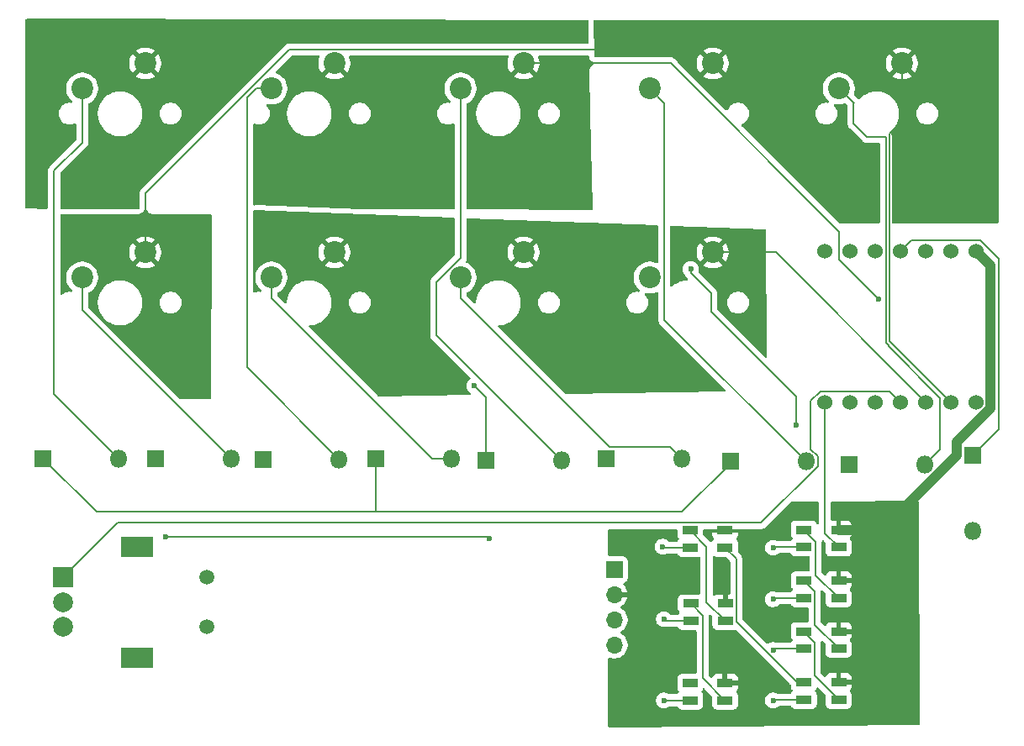
<source format=gbr>
%TF.GenerationSoftware,KiCad,Pcbnew,9.0.1*%
%TF.CreationDate,2025-05-27T18:47:11-04:00*%
%TF.ProjectId,hackpad,6861636b-7061-4642-9e6b-696361645f70,rev?*%
%TF.SameCoordinates,Original*%
%TF.FileFunction,Copper,L1,Top*%
%TF.FilePolarity,Positive*%
%FSLAX46Y46*%
G04 Gerber Fmt 4.6, Leading zero omitted, Abs format (unit mm)*
G04 Created by KiCad (PCBNEW 9.0.1) date 2025-05-27 18:47:11*
%MOMM*%
%LPD*%
G01*
G04 APERTURE LIST*
%TA.AperFunction,ComponentPad*%
%ADD10R,1.800000X1.800000*%
%TD*%
%TA.AperFunction,ComponentPad*%
%ADD11O,1.800000X1.800000*%
%TD*%
%TA.AperFunction,ComponentPad*%
%ADD12C,2.200000*%
%TD*%
%TA.AperFunction,SMDPad,CuDef*%
%ADD13R,1.600000X0.850000*%
%TD*%
%TA.AperFunction,ComponentPad*%
%ADD14R,1.700000X1.700000*%
%TD*%
%TA.AperFunction,ComponentPad*%
%ADD15O,1.700000X1.700000*%
%TD*%
%TA.AperFunction,ComponentPad*%
%ADD16C,1.500000*%
%TD*%
%TA.AperFunction,ComponentPad*%
%ADD17R,2.000000X2.000000*%
%TD*%
%TA.AperFunction,ComponentPad*%
%ADD18C,2.000000*%
%TD*%
%TA.AperFunction,ComponentPad*%
%ADD19R,3.200000X2.000000*%
%TD*%
%TA.AperFunction,ComponentPad*%
%ADD20C,1.524000*%
%TD*%
%TA.AperFunction,ViaPad*%
%ADD21C,0.600000*%
%TD*%
%TA.AperFunction,Conductor*%
%ADD22C,0.200000*%
%TD*%
%TA.AperFunction,Conductor*%
%ADD23C,1.000000*%
%TD*%
G04 APERTURE END LIST*
D10*
%TO.P,D7,1,K*%
%TO.N,R1*%
X70990000Y-77600000D03*
D11*
%TO.P,D7,2,A*%
%TO.N,Net-(D7-A)*%
X78610000Y-77600000D03*
%TD*%
D12*
%TO.P,SW5,1,1*%
%TO.N,C2*%
X123983750Y-37782500D03*
%TO.P,SW5,2,2*%
%TO.N,Net-(D9-A)*%
X117633750Y-40322500D03*
%TD*%
D13*
%TO.P,D3,1,DOUT*%
%TO.N,Net-(D3-DOUT)*%
X114100000Y-95030000D03*
%TO.P,D3,2,VSS*%
%TO.N,GND*%
X114100000Y-96780000D03*
%TO.P,D3,3,DIN*%
%TO.N,Net-(D2-DOUT)*%
X117600000Y-96780000D03*
%TO.P,D3,4,VDD*%
%TO.N,+5V*%
X117600000Y-95030000D03*
%TD*%
D10*
%TO.P,D12,1,K*%
%TO.N,R3*%
X48790000Y-77600000D03*
D11*
%TO.P,D12,2,A*%
%TO.N,Net-(D12-A)*%
X56410000Y-77600000D03*
%TD*%
D10*
%TO.P,D10,1,K*%
%TO.N,R2*%
X94163750Y-77600000D03*
D11*
%TO.P,D10,2,A*%
%TO.N,Net-(D10-A)*%
X101783750Y-77600000D03*
%TD*%
D12*
%TO.P,SW9,1,1*%
%TO.N,C3*%
X104933750Y-56832500D03*
%TO.P,SW9,2,2*%
%TO.N,Net-(D13-A)*%
X98583750Y-59372500D03*
%TD*%
D10*
%TO.P,D11,1,K*%
%TO.N,R3*%
X82080000Y-77800000D03*
D11*
%TO.P,D11,2,A*%
%TO.N,Net-(D11-A)*%
X89700000Y-77800000D03*
%TD*%
D12*
%TO.P,SW2,1,1*%
%TO.N,C1*%
X66833750Y-37782500D03*
%TO.P,SW2,2,2*%
%TO.N,Net-(D8-A)*%
X60483750Y-40322500D03*
%TD*%
D14*
%TO.P,J1,1,Pin_1*%
%TO.N,GND*%
X95000000Y-88790000D03*
D15*
%TO.P,J1,2,Pin_2*%
%TO.N,+5V*%
X95000000Y-91330000D03*
%TO.P,J1,3,Pin_3*%
%TO.N,Net-(J1-Pin_3)*%
X95000000Y-93870000D03*
%TO.P,J1,4,Pin_4*%
%TO.N,Net-(J1-Pin_4)*%
X95000000Y-96410000D03*
%TD*%
D10*
%TO.P,D9,1,K*%
%TO.N,R2*%
X118690000Y-78200000D03*
D11*
%TO.P,D9,2,A*%
%TO.N,Net-(D9-A)*%
X126310000Y-78200000D03*
%TD*%
D12*
%TO.P,SW3,1,1*%
%TO.N,C1*%
X85883750Y-37782500D03*
%TO.P,SW3,2,2*%
%TO.N,Net-(D11-A)*%
X79533750Y-40322500D03*
%TD*%
%TO.P,SW1,1,1*%
%TO.N,C1*%
X47783750Y-37782500D03*
%TO.P,SW1,2,2*%
%TO.N,Net-(D5-A)*%
X41433750Y-40322500D03*
%TD*%
%TO.P,SW7,1,1*%
%TO.N,C3*%
X66833750Y-56832500D03*
%TO.P,SW7,2,2*%
%TO.N,Net-(D7-A)*%
X60483750Y-59372500D03*
%TD*%
D13*
%TO.P,D2,1,DOUT*%
%TO.N,Net-(D2-DOUT)*%
X114100000Y-89910000D03*
%TO.P,D2,2,VSS*%
%TO.N,GND*%
X114100000Y-91660000D03*
%TO.P,D2,3,DIN*%
%TO.N,Net-(D1-DOUT)*%
X117600000Y-91660000D03*
%TO.P,D2,4,VDD*%
%TO.N,+5V*%
X117600000Y-89910000D03*
%TD*%
%TO.P,D14,1,DOUT*%
%TO.N,Net-(D14-DOUT)*%
X102650000Y-84825000D03*
%TO.P,D14,2,VSS*%
%TO.N,GND*%
X102650000Y-86575000D03*
%TO.P,D14,3,DIN*%
%TO.N,Net-(D14-DIN)*%
X106150000Y-86575000D03*
%TO.P,D14,4,VDD*%
%TO.N,+5V*%
X106150000Y-84825000D03*
%TD*%
D10*
%TO.P,D13,1,K*%
%TO.N,R3*%
X131100000Y-77300000D03*
D11*
%TO.P,D13,2,A*%
%TO.N,Net-(D13-A)*%
X131100000Y-84920000D03*
%TD*%
D13*
%TO.P,D16,1,DOUT*%
%TO.N,unconnected-(D16-DOUT-Pad1)*%
X102650000Y-100225000D03*
%TO.P,D16,2,VSS*%
%TO.N,GND*%
X102650000Y-101975000D03*
%TO.P,D16,3,DIN*%
%TO.N,Net-(D15-DOUT)*%
X106150000Y-101975000D03*
%TO.P,D16,4,VDD*%
%TO.N,+5V*%
X106150000Y-100225000D03*
%TD*%
D12*
%TO.P,SW4,1,1*%
%TO.N,C2*%
X104933750Y-37782500D03*
%TO.P,SW4,2,2*%
%TO.N,Net-(D6-A)*%
X98583750Y-40322500D03*
%TD*%
D13*
%TO.P,D15,1,DOUT*%
%TO.N,Net-(D15-DOUT)*%
X102700000Y-92230000D03*
%TO.P,D15,2,VSS*%
%TO.N,GND*%
X102700000Y-93980000D03*
%TO.P,D15,3,DIN*%
%TO.N,Net-(D14-DOUT)*%
X106200000Y-93980000D03*
%TO.P,D15,4,VDD*%
%TO.N,+5V*%
X106200000Y-92230000D03*
%TD*%
D12*
%TO.P,SW8,1,1*%
%TO.N,C3*%
X85883750Y-56832500D03*
%TO.P,SW8,2,2*%
%TO.N,Net-(D10-A)*%
X79533750Y-59372500D03*
%TD*%
D10*
%TO.P,D6,1,K*%
%TO.N,R1*%
X106680000Y-77900000D03*
D11*
%TO.P,D6,2,A*%
%TO.N,Net-(D6-A)*%
X114300000Y-77900000D03*
%TD*%
D10*
%TO.P,D5,1,K*%
%TO.N,R1*%
X37490000Y-77600000D03*
D11*
%TO.P,D5,2,A*%
%TO.N,Net-(D5-A)*%
X45110000Y-77600000D03*
%TD*%
D16*
%TO.P,SW10,*%
%TO.N,*%
X53975000Y-89600000D03*
X53975000Y-94600000D03*
D17*
%TO.P,SW10,A,A*%
%TO.N,A*%
X39475000Y-89600000D03*
D18*
%TO.P,SW10,B,B*%
%TO.N,B*%
X39475000Y-94600000D03*
%TO.P,SW10,C,C*%
%TO.N,GND*%
X39475000Y-92100000D03*
D19*
%TO.P,SW10,MP*%
%TO.N,N/C*%
X46975000Y-86500000D03*
X46975000Y-97700000D03*
%TD*%
D13*
%TO.P,D1,1,DOUT*%
%TO.N,Net-(D1-DOUT)*%
X114100000Y-84790000D03*
%TO.P,D1,2,VSS*%
%TO.N,GND*%
X114100000Y-86540000D03*
%TO.P,D1,3,DIN*%
%TO.N,Net-(D1-DIN)*%
X117600000Y-86540000D03*
%TO.P,D1,4,VDD*%
%TO.N,+5V*%
X117600000Y-84790000D03*
%TD*%
%TO.P,D4,1,DOUT*%
%TO.N,Net-(D14-DIN)*%
X114100000Y-100150000D03*
%TO.P,D4,2,VSS*%
%TO.N,GND*%
X114100000Y-101900000D03*
%TO.P,D4,3,DIN*%
%TO.N,Net-(D3-DOUT)*%
X117600000Y-101900000D03*
%TO.P,D4,4,VDD*%
%TO.N,+5V*%
X117600000Y-100150000D03*
%TD*%
D12*
%TO.P,SW6,1,1*%
%TO.N,C2*%
X47783750Y-56832500D03*
%TO.P,SW6,2,2*%
%TO.N,Net-(D12-A)*%
X41433750Y-59372500D03*
%TD*%
D10*
%TO.P,D8,1,K*%
%TO.N,R2*%
X59680000Y-77700000D03*
D11*
%TO.P,D8,2,A*%
%TO.N,Net-(D8-A)*%
X67300000Y-77700000D03*
%TD*%
D20*
%TO.P,U1,1,GPIO26/ADC0/A0*%
%TO.N,C1*%
X131445000Y-71913750D03*
%TO.P,U1,2,GPIO27/ADC1/A1*%
%TO.N,C2*%
X128905000Y-71913750D03*
%TO.P,U1,3,GPIO28/ADC2/A2*%
%TO.N,C3*%
X126365000Y-71913750D03*
%TO.P,U1,4,GPIO29/ADC3/A3*%
%TO.N,A*%
X123825000Y-71913750D03*
%TO.P,U1,5,GPIO6/SDA*%
%TO.N,Net-(J1-Pin_4)*%
X121285000Y-71913750D03*
%TO.P,U1,6,GPIO7/SCL*%
%TO.N,Net-(J1-Pin_3)*%
X118745000Y-71913750D03*
%TO.P,U1,7,GPIO0/TX*%
%TO.N,Net-(D1-DIN)*%
X116205000Y-71913750D03*
%TO.P,U1,8,GPIO1/RX*%
%TO.N,R1*%
X116205000Y-56673750D03*
%TO.P,U1,9,GPIO2/SCK*%
%TO.N,R2*%
X118745000Y-56673750D03*
%TO.P,U1,10,GPIO4/MISO*%
%TO.N,B*%
X121285000Y-56673750D03*
%TO.P,U1,11,GPIO3/MOSI*%
%TO.N,R3*%
X123825000Y-56673750D03*
%TO.P,U1,12,3V3*%
%TO.N,unconnected-(U1-3V3-Pad12)*%
X126365000Y-56673750D03*
%TO.P,U1,13,GND*%
%TO.N,GND*%
X128905000Y-56673750D03*
%TO.P,U1,14,VBUS*%
%TO.N,+5V*%
X131445000Y-56673750D03*
%TD*%
D21*
%TO.N,GND*%
X111000000Y-86600000D03*
X111000000Y-91800000D03*
X100000000Y-93800000D03*
X111000000Y-102000000D03*
X99900000Y-86500000D03*
X111000000Y-96900000D03*
X100000000Y-102000000D03*
%TO.N,R3*%
X82400000Y-85700000D03*
X49800000Y-85500000D03*
X80900000Y-70300000D03*
%TO.N,Net-(D13-A)*%
X113300000Y-74265750D03*
X102700000Y-58500000D03*
%TO.N,C1*%
X121600000Y-61500000D03*
%TO.N,C3*%
X90100000Y-58800000D03*
%TD*%
D22*
%TO.N,Net-(D1-DOUT)*%
X115300000Y-85990000D02*
X115300000Y-89360000D01*
X115300000Y-89360000D02*
X117600000Y-91660000D01*
X114100000Y-84790000D02*
X115300000Y-85990000D01*
%TO.N,GND*%
X114100000Y-86540000D02*
X111060000Y-86540000D01*
X111000000Y-91800000D02*
X111140000Y-91660000D01*
X111060000Y-86540000D02*
X111000000Y-86600000D01*
X102650000Y-101975000D02*
X100025000Y-101975000D01*
X111120000Y-96780000D02*
X114100000Y-96780000D01*
X111100000Y-101900000D02*
X114100000Y-101900000D01*
X102700000Y-93980000D02*
X100180000Y-93980000D01*
X111140000Y-91660000D02*
X114100000Y-91660000D01*
X100025000Y-101975000D02*
X100000000Y-102000000D01*
X99975000Y-86575000D02*
X99900000Y-86500000D01*
X102650000Y-86575000D02*
X99975000Y-86575000D01*
X111000000Y-96900000D02*
X111120000Y-96780000D01*
X100180000Y-93980000D02*
X100000000Y-93800000D01*
X111000000Y-102000000D02*
X111100000Y-101900000D01*
D23*
%TO.N,+5V*%
X121984156Y-84790000D02*
X129499000Y-77275156D01*
X132908000Y-58136750D02*
X131445000Y-56673750D01*
X117600000Y-84790000D02*
X121984156Y-84790000D01*
X129499000Y-77275156D02*
X129499000Y-75928745D01*
X132908000Y-72519745D02*
X132908000Y-58136750D01*
X129499000Y-75928745D02*
X132908000Y-72519745D01*
D22*
%TO.N,Net-(D5-A)*%
X41433750Y-40322500D02*
X41433750Y-45766250D01*
X41433750Y-45766250D02*
X38600000Y-48600000D01*
X38600000Y-48600000D02*
X38600000Y-71090000D01*
X38600000Y-71090000D02*
X45110000Y-77600000D01*
%TO.N,R1*%
X106680000Y-78120000D02*
X106680000Y-77900000D01*
X101800000Y-83000000D02*
X106680000Y-78120000D01*
X71000000Y-83000000D02*
X101800000Y-83000000D01*
X42890000Y-83000000D02*
X71000000Y-83000000D01*
X70990000Y-82990000D02*
X71000000Y-83000000D01*
X37490000Y-77600000D02*
X42890000Y-83000000D01*
X70990000Y-77600000D02*
X70990000Y-82990000D01*
%TO.N,Net-(D1-DIN)*%
X116205000Y-85145000D02*
X116205000Y-71913750D01*
X117600000Y-86540000D02*
X116205000Y-85145000D01*
%TO.N,Net-(D2-DOUT)*%
X115201000Y-94381000D02*
X117600000Y-96780000D01*
X115201000Y-91011000D02*
X115201000Y-94381000D01*
X114100000Y-89910000D02*
X115201000Y-91011000D01*
%TO.N,Net-(D3-DOUT)*%
X115200000Y-96130000D02*
X115200000Y-99500000D01*
X114100000Y-95030000D02*
X115200000Y-96130000D01*
X115200000Y-99500000D02*
X117600000Y-101900000D01*
%TO.N,Net-(D14-DIN)*%
X113400057Y-100150000D02*
X114100000Y-100150000D01*
X106150000Y-86575000D02*
X107301000Y-87726000D01*
X107301000Y-87726000D02*
X107301000Y-94050943D01*
X107301000Y-94050943D02*
X113400057Y-100150000D01*
%TO.N,Net-(D6-A)*%
X114300000Y-77900000D02*
X100042750Y-63642750D01*
X100042750Y-41781500D02*
X98583750Y-40322500D01*
X100042750Y-63642750D02*
X100042750Y-41781500D01*
%TO.N,Net-(D7-A)*%
X76656434Y-77600000D02*
X78610000Y-77600000D01*
X60483750Y-59372500D02*
X60483750Y-61427316D01*
X60483750Y-61427316D02*
X76656434Y-77600000D01*
%TO.N,Net-(D8-A)*%
X58012750Y-41237866D02*
X58012750Y-68412750D01*
X58012750Y-68412750D02*
X67300000Y-77700000D01*
X60483750Y-40322500D02*
X58928116Y-40322500D01*
X58928116Y-40322500D02*
X58012750Y-41237866D01*
%TO.N,Net-(D9-A)*%
X122361000Y-65936850D02*
X122600000Y-66175850D01*
X119146342Y-41835092D02*
X119092750Y-41888684D01*
X122361000Y-45213500D02*
X122361000Y-65936850D01*
X117633750Y-40322500D02*
X119146342Y-41835092D01*
X122600000Y-66175850D02*
X122600000Y-66300000D01*
X119092750Y-41888684D02*
X119092750Y-43836316D01*
X120469934Y-45213500D02*
X122361000Y-45213500D01*
X127820685Y-71520685D02*
X127820685Y-76689315D01*
X119092750Y-43836316D02*
X120469934Y-45213500D01*
X127820685Y-76689315D02*
X126310000Y-78200000D01*
X122600000Y-66300000D02*
X127820685Y-71520685D01*
%TO.N,Net-(D10-A)*%
X94499000Y-76399000D02*
X79533750Y-61433750D01*
X100582750Y-76399000D02*
X94499000Y-76399000D01*
X101783750Y-77600000D02*
X100582750Y-76399000D01*
X79533750Y-61433750D02*
X79533750Y-59372500D01*
%TO.N,Net-(D11-A)*%
X79533750Y-57391186D02*
X77062750Y-59862186D01*
X77062750Y-65162750D02*
X89700000Y-77800000D01*
X77062750Y-59862186D02*
X77062750Y-65162750D01*
X79533750Y-40322500D02*
X79533750Y-57391186D01*
%TO.N,R3*%
X82200000Y-85500000D02*
X82400000Y-85700000D01*
X131100000Y-77300000D02*
X133709000Y-74691000D01*
X49800000Y-85500000D02*
X82200000Y-85500000D01*
X131885310Y-55610750D02*
X124888000Y-55610750D01*
X133709000Y-74691000D02*
X133709000Y-57434440D01*
X124888000Y-55610750D02*
X123825000Y-56673750D01*
X133709000Y-57434440D02*
X131885310Y-55610750D01*
X80900000Y-70300000D02*
X82080000Y-71480000D01*
X82080000Y-71480000D02*
X82080000Y-77800000D01*
%TO.N,Net-(D12-A)*%
X41433750Y-59372500D02*
X41433750Y-62623750D01*
X41433750Y-62623750D02*
X56410000Y-77600000D01*
%TO.N,Net-(D13-A)*%
X113300000Y-71400000D02*
X104744750Y-62844750D01*
X102700000Y-58893934D02*
X102700000Y-58500000D01*
X104744750Y-62844750D02*
X104744750Y-60938684D01*
X104744750Y-60938684D02*
X102700000Y-58893934D01*
X113300000Y-74265750D02*
X113300000Y-71400000D01*
%TO.N,C1*%
X100695280Y-37782500D02*
X117682000Y-54769220D01*
X117682000Y-57582000D02*
X121600000Y-61500000D01*
X85883750Y-37782500D02*
X100695280Y-37782500D01*
X117682000Y-54769220D02*
X117682000Y-57582000D01*
%TO.N,C2*%
X47783750Y-56832500D02*
X47783750Y-50899766D01*
X122762000Y-44869066D02*
X123983750Y-43647316D01*
X62302016Y-36381500D02*
X103532750Y-36381500D01*
X128905000Y-71913750D02*
X122762000Y-65770750D01*
X47783750Y-50899766D02*
X62302016Y-36381500D01*
X122762000Y-65770750D02*
X122762000Y-44869066D01*
X103532750Y-36381500D02*
X104933750Y-37782500D01*
X123983750Y-43647316D02*
X123983750Y-37782500D01*
%TO.N,C3*%
X111283750Y-56832500D02*
X104933750Y-56832500D01*
X126365000Y-71913750D02*
X111283750Y-56832500D01*
%TO.N,A*%
X44976000Y-84099000D02*
X39475000Y-89600000D01*
X115501000Y-78397471D02*
X109799471Y-84099000D01*
X114797471Y-71817969D02*
X114797471Y-76699000D01*
X115501000Y-77402529D02*
X115501000Y-78397471D01*
X109799471Y-84099000D02*
X44976000Y-84099000D01*
X122762000Y-70850750D02*
X115764690Y-70850750D01*
X115764690Y-70850750D02*
X114797471Y-71817969D01*
X114797471Y-76699000D02*
X115501000Y-77402529D01*
X123825000Y-71913750D02*
X122762000Y-70850750D01*
%TO.N,Net-(D14-DOUT)*%
X104301000Y-86476000D02*
X104301000Y-92081000D01*
X104301000Y-92081000D02*
X106200000Y-93980000D01*
X102650000Y-84825000D02*
X104301000Y-86476000D01*
%TO.N,Net-(D15-DOUT)*%
X102700000Y-92230000D02*
X103900000Y-93430000D01*
X103900000Y-99725000D02*
X106150000Y-101975000D01*
X103900000Y-93430000D02*
X103900000Y-99725000D01*
%TD*%
%TA.AperFunction,Conductor*%
%TO.N,+5V*%
G36*
X125642882Y-81920049D02*
G01*
X125688973Y-81972560D01*
X125700509Y-82024283D01*
X125792086Y-104369324D01*
X125772676Y-104436443D01*
X125720060Y-104482414D01*
X125668877Y-104493829D01*
X94524790Y-104692199D01*
X94457626Y-104672942D01*
X94411536Y-104620431D01*
X94400000Y-104568202D01*
X94400000Y-97805718D01*
X94419685Y-97738679D01*
X94472489Y-97692924D01*
X94541647Y-97682980D01*
X94562305Y-97687783D01*
X94683757Y-97727246D01*
X94893713Y-97760500D01*
X94893714Y-97760500D01*
X95106286Y-97760500D01*
X95106287Y-97760500D01*
X95316243Y-97727246D01*
X95518412Y-97661557D01*
X95707816Y-97565051D01*
X95754879Y-97530858D01*
X95879786Y-97440109D01*
X95879788Y-97440106D01*
X95879792Y-97440104D01*
X96030104Y-97289792D01*
X96030106Y-97289788D01*
X96030109Y-97289786D01*
X96155048Y-97117820D01*
X96155047Y-97117820D01*
X96155051Y-97117816D01*
X96251557Y-96928412D01*
X96317246Y-96726243D01*
X96350500Y-96516287D01*
X96350500Y-96303713D01*
X96317246Y-96093757D01*
X96251557Y-95891588D01*
X96155051Y-95702184D01*
X96155049Y-95702181D01*
X96155048Y-95702179D01*
X96030109Y-95530213D01*
X95879786Y-95379890D01*
X95707820Y-95254951D01*
X95707115Y-95254591D01*
X95699054Y-95250485D01*
X95648259Y-95202512D01*
X95631463Y-95134692D01*
X95653999Y-95068556D01*
X95699054Y-95029515D01*
X95707816Y-95025051D01*
X95729789Y-95009086D01*
X95879786Y-94900109D01*
X95879788Y-94900106D01*
X95879792Y-94900104D01*
X96030104Y-94749792D01*
X96030106Y-94749788D01*
X96030109Y-94749786D01*
X96155048Y-94577820D01*
X96155047Y-94577820D01*
X96155051Y-94577816D01*
X96251557Y-94388412D01*
X96317246Y-94186243D01*
X96350500Y-93976287D01*
X96350500Y-93763713D01*
X96317246Y-93553757D01*
X96251557Y-93351588D01*
X96155051Y-93162184D01*
X96155049Y-93162181D01*
X96155048Y-93162179D01*
X96030109Y-92990213D01*
X95879786Y-92839890D01*
X95707817Y-92714949D01*
X95698504Y-92710204D01*
X95647707Y-92662230D01*
X95630912Y-92594409D01*
X95653449Y-92528274D01*
X95698507Y-92489232D01*
X95707558Y-92484620D01*
X95879459Y-92359727D01*
X95879464Y-92359723D01*
X96029723Y-92209464D01*
X96029727Y-92209459D01*
X96154620Y-92037557D01*
X96251095Y-91848217D01*
X96316757Y-91646129D01*
X96316757Y-91646126D01*
X96327231Y-91580000D01*
X95433012Y-91580000D01*
X95465925Y-91522993D01*
X95500000Y-91395826D01*
X95500000Y-91264174D01*
X95465925Y-91137007D01*
X95433012Y-91080000D01*
X96327231Y-91080000D01*
X96316757Y-91013873D01*
X96316757Y-91013870D01*
X96251095Y-90811782D01*
X96154620Y-90622442D01*
X96029727Y-90450540D01*
X96029723Y-90450535D01*
X95916053Y-90336865D01*
X95882568Y-90275542D01*
X95887552Y-90205850D01*
X95929424Y-90149917D01*
X95960400Y-90133002D01*
X96092331Y-90083796D01*
X96207546Y-89997546D01*
X96293796Y-89882331D01*
X96344091Y-89747483D01*
X96350500Y-89687873D01*
X96350499Y-87892128D01*
X96344091Y-87832517D01*
X96333849Y-87805058D01*
X96293797Y-87697671D01*
X96293793Y-87697664D01*
X96207547Y-87582455D01*
X96207544Y-87582452D01*
X96092335Y-87496206D01*
X96092328Y-87496202D01*
X95957482Y-87445908D01*
X95957483Y-87445908D01*
X95897883Y-87439501D01*
X95897881Y-87439500D01*
X95897873Y-87439500D01*
X95897865Y-87439500D01*
X94524000Y-87439500D01*
X94456961Y-87419815D01*
X94411206Y-87367011D01*
X94400000Y-87315500D01*
X94400000Y-84823500D01*
X94419685Y-84756461D01*
X94472489Y-84710706D01*
X94524000Y-84699500D01*
X101225500Y-84699500D01*
X101292539Y-84719185D01*
X101338294Y-84771989D01*
X101349500Y-84823500D01*
X101349500Y-85297870D01*
X101349501Y-85297876D01*
X101355908Y-85357483D01*
X101406202Y-85492328D01*
X101406206Y-85492335D01*
X101492452Y-85607544D01*
X101497227Y-85612319D01*
X101497324Y-85612497D01*
X101497504Y-85612596D01*
X101514123Y-85643263D01*
X101530712Y-85673642D01*
X101530697Y-85673845D01*
X101530795Y-85674025D01*
X101528208Y-85708649D01*
X101525728Y-85743334D01*
X101525599Y-85743567D01*
X101525590Y-85743701D01*
X101525169Y-85744353D01*
X101508578Y-85774624D01*
X101498621Y-85787836D01*
X101492454Y-85792454D01*
X101406204Y-85907669D01*
X101404126Y-85913239D01*
X101395171Y-85925124D01*
X101374120Y-85940778D01*
X101355569Y-85959331D01*
X101345830Y-85961816D01*
X101339105Y-85966818D01*
X101321530Y-85968019D01*
X101296139Y-85974500D01*
X100557940Y-85974500D01*
X100490901Y-85954815D01*
X100470263Y-85938185D01*
X100410289Y-85878211D01*
X100410288Y-85878210D01*
X100410287Y-85878209D01*
X100279185Y-85790609D01*
X100279172Y-85790602D01*
X100133501Y-85730264D01*
X100133489Y-85730261D01*
X99978845Y-85699500D01*
X99978842Y-85699500D01*
X99821158Y-85699500D01*
X99821155Y-85699500D01*
X99666510Y-85730261D01*
X99666498Y-85730264D01*
X99520827Y-85790602D01*
X99520814Y-85790609D01*
X99389711Y-85878210D01*
X99389707Y-85878213D01*
X99278213Y-85989707D01*
X99278210Y-85989711D01*
X99190609Y-86120814D01*
X99190602Y-86120827D01*
X99130264Y-86266498D01*
X99130261Y-86266510D01*
X99099500Y-86421153D01*
X99099500Y-86578846D01*
X99130261Y-86733489D01*
X99130264Y-86733501D01*
X99190602Y-86879172D01*
X99190609Y-86879185D01*
X99278210Y-87010288D01*
X99278213Y-87010292D01*
X99389707Y-87121786D01*
X99389711Y-87121789D01*
X99520814Y-87209390D01*
X99520827Y-87209397D01*
X99666498Y-87269735D01*
X99666503Y-87269737D01*
X99821153Y-87300499D01*
X99821156Y-87300500D01*
X99821158Y-87300500D01*
X99978844Y-87300500D01*
X99978845Y-87300499D01*
X100133497Y-87269737D01*
X100279179Y-87209394D01*
X100292613Y-87200418D01*
X100298628Y-87196399D01*
X100365305Y-87175520D01*
X100367520Y-87175500D01*
X101296139Y-87175500D01*
X101363178Y-87195185D01*
X101400637Y-87235418D01*
X101400888Y-87235231D01*
X101402635Y-87237565D01*
X101404973Y-87240076D01*
X101406207Y-87242336D01*
X101492452Y-87357544D01*
X101492455Y-87357547D01*
X101607664Y-87443793D01*
X101607671Y-87443797D01*
X101742517Y-87494091D01*
X101742516Y-87494091D01*
X101749444Y-87494835D01*
X101802127Y-87500500D01*
X103497872Y-87500499D01*
X103557483Y-87494091D01*
X103557484Y-87494090D01*
X103563246Y-87493471D01*
X103632005Y-87505877D01*
X103683142Y-87553488D01*
X103700500Y-87616761D01*
X103700500Y-91182863D01*
X103680815Y-91249902D01*
X103628011Y-91295657D01*
X103563249Y-91306153D01*
X103559105Y-91305707D01*
X103547873Y-91304500D01*
X103547869Y-91304500D01*
X101852129Y-91304500D01*
X101852123Y-91304501D01*
X101792516Y-91310908D01*
X101657671Y-91361202D01*
X101657664Y-91361206D01*
X101542455Y-91447452D01*
X101542452Y-91447455D01*
X101456206Y-91562664D01*
X101456202Y-91562671D01*
X101405908Y-91697517D01*
X101399501Y-91757116D01*
X101399500Y-91757135D01*
X101399500Y-92702870D01*
X101399501Y-92702876D01*
X101405908Y-92762483D01*
X101456202Y-92897328D01*
X101456206Y-92897335D01*
X101542452Y-93012544D01*
X101547227Y-93017319D01*
X101547324Y-93017497D01*
X101547504Y-93017596D01*
X101564123Y-93048263D01*
X101580712Y-93078642D01*
X101580697Y-93078845D01*
X101580795Y-93079025D01*
X101578208Y-93113649D01*
X101575728Y-93148334D01*
X101575599Y-93148567D01*
X101575590Y-93148701D01*
X101575169Y-93149353D01*
X101558578Y-93179624D01*
X101548621Y-93192836D01*
X101542454Y-93197454D01*
X101456204Y-93312669D01*
X101454126Y-93318239D01*
X101445171Y-93330124D01*
X101424120Y-93345778D01*
X101405569Y-93364331D01*
X101395830Y-93366816D01*
X101389105Y-93371818D01*
X101371530Y-93373019D01*
X101346139Y-93379500D01*
X100748064Y-93379500D01*
X100681025Y-93359815D01*
X100644962Y-93324391D01*
X100621789Y-93289711D01*
X100621786Y-93289707D01*
X100510292Y-93178213D01*
X100510288Y-93178210D01*
X100379185Y-93090609D01*
X100379172Y-93090602D01*
X100233501Y-93030264D01*
X100233489Y-93030261D01*
X100078845Y-92999500D01*
X100078842Y-92999500D01*
X99921158Y-92999500D01*
X99921155Y-92999500D01*
X99766510Y-93030261D01*
X99766498Y-93030264D01*
X99620827Y-93090602D01*
X99620814Y-93090609D01*
X99489711Y-93178210D01*
X99489707Y-93178213D01*
X99378213Y-93289707D01*
X99378210Y-93289711D01*
X99290609Y-93420814D01*
X99290602Y-93420827D01*
X99230264Y-93566498D01*
X99230261Y-93566510D01*
X99199500Y-93721153D01*
X99199500Y-93878846D01*
X99230261Y-94033489D01*
X99230264Y-94033501D01*
X99290602Y-94179172D01*
X99290609Y-94179185D01*
X99378210Y-94310288D01*
X99378213Y-94310292D01*
X99489707Y-94421786D01*
X99489711Y-94421789D01*
X99620814Y-94509390D01*
X99620827Y-94509397D01*
X99736127Y-94557155D01*
X99766503Y-94569737D01*
X99919574Y-94600185D01*
X99921153Y-94600499D01*
X99921156Y-94600500D01*
X99921158Y-94600500D01*
X100078843Y-94600500D01*
X100124398Y-94591438D01*
X100167408Y-94582882D01*
X100191599Y-94580500D01*
X101346139Y-94580500D01*
X101413178Y-94600185D01*
X101450637Y-94640418D01*
X101450888Y-94640231D01*
X101452635Y-94642565D01*
X101454973Y-94645076D01*
X101456207Y-94647336D01*
X101542452Y-94762544D01*
X101542455Y-94762547D01*
X101657664Y-94848793D01*
X101657671Y-94848797D01*
X101792517Y-94899091D01*
X101792516Y-94899091D01*
X101799444Y-94899835D01*
X101852127Y-94905500D01*
X103175500Y-94905499D01*
X103242539Y-94925184D01*
X103288294Y-94977987D01*
X103299500Y-95029499D01*
X103299500Y-99175500D01*
X103279815Y-99242539D01*
X103227011Y-99288294D01*
X103175500Y-99299500D01*
X101802129Y-99299500D01*
X101802123Y-99299501D01*
X101742516Y-99305908D01*
X101607671Y-99356202D01*
X101607664Y-99356206D01*
X101492455Y-99442452D01*
X101492452Y-99442455D01*
X101406206Y-99557664D01*
X101406202Y-99557671D01*
X101355908Y-99692517D01*
X101349501Y-99752116D01*
X101349500Y-99752135D01*
X101349500Y-100697870D01*
X101349501Y-100697876D01*
X101355908Y-100757483D01*
X101406202Y-100892328D01*
X101406206Y-100892335D01*
X101492452Y-101007544D01*
X101497227Y-101012319D01*
X101497324Y-101012497D01*
X101497504Y-101012596D01*
X101514123Y-101043263D01*
X101530712Y-101073642D01*
X101530697Y-101073845D01*
X101530795Y-101074025D01*
X101528208Y-101108649D01*
X101525728Y-101143334D01*
X101525599Y-101143567D01*
X101525590Y-101143701D01*
X101525169Y-101144353D01*
X101508578Y-101174624D01*
X101498621Y-101187836D01*
X101492454Y-101192454D01*
X101406204Y-101307669D01*
X101404126Y-101313239D01*
X101395171Y-101325124D01*
X101374120Y-101340778D01*
X101355569Y-101359331D01*
X101345830Y-101361816D01*
X101339105Y-101366818D01*
X101321530Y-101368019D01*
X101296139Y-101374500D01*
X100542350Y-101374500D01*
X100475311Y-101354815D01*
X100473459Y-101353602D01*
X100379184Y-101290609D01*
X100379172Y-101290602D01*
X100233501Y-101230264D01*
X100233489Y-101230261D01*
X100078845Y-101199500D01*
X100078842Y-101199500D01*
X99921158Y-101199500D01*
X99921155Y-101199500D01*
X99766510Y-101230261D01*
X99766498Y-101230264D01*
X99620827Y-101290602D01*
X99620814Y-101290609D01*
X99489711Y-101378210D01*
X99489707Y-101378213D01*
X99378213Y-101489707D01*
X99378210Y-101489711D01*
X99290609Y-101620814D01*
X99290602Y-101620827D01*
X99230264Y-101766498D01*
X99230261Y-101766510D01*
X99199500Y-101921153D01*
X99199500Y-102078846D01*
X99230261Y-102233489D01*
X99230264Y-102233501D01*
X99290602Y-102379172D01*
X99290609Y-102379185D01*
X99378210Y-102510288D01*
X99378213Y-102510292D01*
X99489707Y-102621786D01*
X99489711Y-102621789D01*
X99620814Y-102709390D01*
X99620827Y-102709397D01*
X99766498Y-102769735D01*
X99766503Y-102769737D01*
X99921153Y-102800499D01*
X99921156Y-102800500D01*
X99921158Y-102800500D01*
X100078844Y-102800500D01*
X100078845Y-102800499D01*
X100233497Y-102769737D01*
X100379179Y-102709394D01*
X100510289Y-102621789D01*
X100510292Y-102621786D01*
X100520260Y-102611819D01*
X100581583Y-102578334D01*
X100607941Y-102575500D01*
X101296139Y-102575500D01*
X101363178Y-102595185D01*
X101400637Y-102635418D01*
X101400888Y-102635231D01*
X101402635Y-102637565D01*
X101404973Y-102640076D01*
X101406207Y-102642336D01*
X101492452Y-102757544D01*
X101492455Y-102757547D01*
X101607664Y-102843793D01*
X101607671Y-102843797D01*
X101742517Y-102894091D01*
X101742516Y-102894091D01*
X101749444Y-102894835D01*
X101802127Y-102900500D01*
X103497872Y-102900499D01*
X103557483Y-102894091D01*
X103692331Y-102843796D01*
X103807546Y-102757546D01*
X103893796Y-102642331D01*
X103944091Y-102507483D01*
X103950500Y-102447873D01*
X103950499Y-101502128D01*
X103944091Y-101442517D01*
X103938351Y-101427128D01*
X103893797Y-101307671D01*
X103893793Y-101307664D01*
X103807547Y-101192455D01*
X103802773Y-101187681D01*
X103769288Y-101126358D01*
X103774272Y-101056666D01*
X103802773Y-101012319D01*
X103807542Y-101007548D01*
X103807546Y-101007546D01*
X103893796Y-100892331D01*
X103914466Y-100836910D01*
X103956334Y-100780980D01*
X104021798Y-100756561D01*
X104090071Y-100771411D01*
X104118328Y-100792564D01*
X104813181Y-101487416D01*
X104846666Y-101548739D01*
X104849500Y-101575097D01*
X104849500Y-102447870D01*
X104849501Y-102447876D01*
X104855908Y-102507483D01*
X104906202Y-102642328D01*
X104906206Y-102642335D01*
X104992452Y-102757544D01*
X104992455Y-102757547D01*
X105107664Y-102843793D01*
X105107671Y-102843797D01*
X105242517Y-102894091D01*
X105242516Y-102894091D01*
X105249444Y-102894835D01*
X105302127Y-102900500D01*
X106997872Y-102900499D01*
X107057483Y-102894091D01*
X107192331Y-102843796D01*
X107307546Y-102757546D01*
X107393796Y-102642331D01*
X107444091Y-102507483D01*
X107450500Y-102447873D01*
X107450499Y-101502128D01*
X107444091Y-101442517D01*
X107438351Y-101427128D01*
X107393797Y-101307671D01*
X107393793Y-101307664D01*
X107307547Y-101192455D01*
X107302416Y-101187324D01*
X107268931Y-101126001D01*
X107273915Y-101056309D01*
X107302416Y-101011962D01*
X107307190Y-101007187D01*
X107393350Y-100892093D01*
X107393354Y-100892086D01*
X107443596Y-100757379D01*
X107443598Y-100757372D01*
X107449999Y-100697844D01*
X107450000Y-100697827D01*
X107450000Y-100475000D01*
X106274000Y-100475000D01*
X106206961Y-100455315D01*
X106161206Y-100402511D01*
X106150000Y-100351000D01*
X106150000Y-100225000D01*
X106024000Y-100225000D01*
X105956961Y-100205315D01*
X105911206Y-100152511D01*
X105900000Y-100101000D01*
X105900000Y-99975000D01*
X106400000Y-99975000D01*
X107450000Y-99975000D01*
X107450000Y-99752172D01*
X107449999Y-99752155D01*
X107443598Y-99692627D01*
X107443596Y-99692620D01*
X107393354Y-99557913D01*
X107393350Y-99557906D01*
X107307190Y-99442812D01*
X107307187Y-99442809D01*
X107192093Y-99356649D01*
X107192086Y-99356645D01*
X107057379Y-99306403D01*
X107057372Y-99306401D01*
X106997844Y-99300000D01*
X106400000Y-99300000D01*
X106400000Y-99975000D01*
X105900000Y-99975000D01*
X105900000Y-99300000D01*
X105302155Y-99300000D01*
X105242627Y-99306401D01*
X105242620Y-99306403D01*
X105107913Y-99356645D01*
X105107906Y-99356649D01*
X104992812Y-99442809D01*
X104992809Y-99442812D01*
X104906649Y-99557906D01*
X104906646Y-99557911D01*
X104885922Y-99613476D01*
X104844050Y-99669409D01*
X104778586Y-99693826D01*
X104710313Y-99678974D01*
X104682059Y-99657823D01*
X104536819Y-99512583D01*
X104503334Y-99451260D01*
X104500500Y-99424902D01*
X104500500Y-93429097D01*
X104520185Y-93362058D01*
X104572989Y-93316303D01*
X104642147Y-93306359D01*
X104705703Y-93335384D01*
X104712181Y-93341416D01*
X104863181Y-93492416D01*
X104896666Y-93553739D01*
X104899500Y-93580097D01*
X104899500Y-94452870D01*
X104899501Y-94452876D01*
X104905908Y-94512483D01*
X104956202Y-94647328D01*
X104956206Y-94647335D01*
X105042452Y-94762544D01*
X105042455Y-94762547D01*
X105157664Y-94848793D01*
X105157671Y-94848797D01*
X105292517Y-94899091D01*
X105292516Y-94899091D01*
X105299444Y-94899835D01*
X105352127Y-94905500D01*
X107047872Y-94905499D01*
X107107483Y-94899091D01*
X107172972Y-94874664D01*
X107242663Y-94869680D01*
X107303984Y-94903162D01*
X107303987Y-94903165D01*
X112763181Y-100362359D01*
X112796666Y-100423682D01*
X112799500Y-100450039D01*
X112799500Y-100622869D01*
X112799501Y-100622876D01*
X112805908Y-100682483D01*
X112856202Y-100817328D01*
X112856206Y-100817335D01*
X112942452Y-100932544D01*
X112947227Y-100937319D01*
X112947324Y-100937497D01*
X112947504Y-100937596D01*
X112964123Y-100968263D01*
X112980712Y-100998642D01*
X112980697Y-100998845D01*
X112980795Y-100999025D01*
X112978208Y-101033649D01*
X112975728Y-101068334D01*
X112975599Y-101068567D01*
X112975590Y-101068701D01*
X112975169Y-101069353D01*
X112958578Y-101099624D01*
X112948621Y-101112836D01*
X112942454Y-101117454D01*
X112856204Y-101232669D01*
X112854126Y-101238239D01*
X112845171Y-101250124D01*
X112824120Y-101265778D01*
X112805569Y-101284331D01*
X112795830Y-101286816D01*
X112789105Y-101291818D01*
X112771530Y-101293019D01*
X112746139Y-101299500D01*
X111425316Y-101299500D01*
X111377864Y-101290061D01*
X111233501Y-101230264D01*
X111233489Y-101230261D01*
X111078845Y-101199500D01*
X111078842Y-101199500D01*
X110921158Y-101199500D01*
X110921155Y-101199500D01*
X110766510Y-101230261D01*
X110766498Y-101230264D01*
X110620827Y-101290602D01*
X110620814Y-101290609D01*
X110489711Y-101378210D01*
X110489707Y-101378213D01*
X110378213Y-101489707D01*
X110378210Y-101489711D01*
X110290609Y-101620814D01*
X110290602Y-101620827D01*
X110230264Y-101766498D01*
X110230261Y-101766510D01*
X110199500Y-101921153D01*
X110199500Y-102078846D01*
X110230261Y-102233489D01*
X110230264Y-102233501D01*
X110290602Y-102379172D01*
X110290609Y-102379185D01*
X110378210Y-102510288D01*
X110378213Y-102510292D01*
X110489707Y-102621786D01*
X110489711Y-102621789D01*
X110620814Y-102709390D01*
X110620827Y-102709397D01*
X110766498Y-102769735D01*
X110766503Y-102769737D01*
X110921153Y-102800499D01*
X110921156Y-102800500D01*
X110921158Y-102800500D01*
X111078844Y-102800500D01*
X111078845Y-102800499D01*
X111233497Y-102769737D01*
X111379179Y-102709394D01*
X111510289Y-102621789D01*
X111595260Y-102536817D01*
X111656581Y-102503334D01*
X111682940Y-102500500D01*
X112746139Y-102500500D01*
X112813178Y-102520185D01*
X112850637Y-102560418D01*
X112850888Y-102560231D01*
X112852635Y-102562565D01*
X112854973Y-102565076D01*
X112856207Y-102567336D01*
X112942452Y-102682544D01*
X112942455Y-102682547D01*
X113057664Y-102768793D01*
X113057671Y-102768797D01*
X113192517Y-102819091D01*
X113192516Y-102819091D01*
X113199444Y-102819835D01*
X113252127Y-102825500D01*
X114947872Y-102825499D01*
X115007483Y-102819091D01*
X115142331Y-102768796D01*
X115257546Y-102682546D01*
X115343796Y-102567331D01*
X115394091Y-102432483D01*
X115400500Y-102372873D01*
X115400499Y-101427128D01*
X115394091Y-101367517D01*
X115393830Y-101366818D01*
X115343797Y-101232671D01*
X115343793Y-101232664D01*
X115257547Y-101117455D01*
X115252773Y-101112681D01*
X115219288Y-101051358D01*
X115224272Y-100981666D01*
X115252773Y-100937319D01*
X115257542Y-100932548D01*
X115257546Y-100932546D01*
X115343796Y-100817331D01*
X115364466Y-100761910D01*
X115406334Y-100705980D01*
X115471798Y-100681561D01*
X115540071Y-100696411D01*
X115568328Y-100717564D01*
X116263181Y-101412416D01*
X116296666Y-101473739D01*
X116299500Y-101500097D01*
X116299500Y-102372870D01*
X116299501Y-102372876D01*
X116305908Y-102432483D01*
X116356202Y-102567328D01*
X116356206Y-102567335D01*
X116442452Y-102682544D01*
X116442455Y-102682547D01*
X116557664Y-102768793D01*
X116557671Y-102768797D01*
X116692517Y-102819091D01*
X116692516Y-102819091D01*
X116699444Y-102819835D01*
X116752127Y-102825500D01*
X118447872Y-102825499D01*
X118507483Y-102819091D01*
X118642331Y-102768796D01*
X118757546Y-102682546D01*
X118843796Y-102567331D01*
X118894091Y-102432483D01*
X118900500Y-102372873D01*
X118900499Y-101427128D01*
X118894091Y-101367517D01*
X118893830Y-101366818D01*
X118843797Y-101232671D01*
X118843793Y-101232664D01*
X118757547Y-101117455D01*
X118752416Y-101112324D01*
X118718931Y-101051001D01*
X118723915Y-100981309D01*
X118752416Y-100936962D01*
X118757190Y-100932187D01*
X118843350Y-100817093D01*
X118843354Y-100817086D01*
X118893596Y-100682379D01*
X118893598Y-100682372D01*
X118899999Y-100622844D01*
X118900000Y-100622827D01*
X118900000Y-100400000D01*
X117724000Y-100400000D01*
X117656961Y-100380315D01*
X117611206Y-100327511D01*
X117600000Y-100276000D01*
X117600000Y-100150000D01*
X117474000Y-100150000D01*
X117406961Y-100130315D01*
X117361206Y-100077511D01*
X117350000Y-100026000D01*
X117350000Y-99900000D01*
X117850000Y-99900000D01*
X118900000Y-99900000D01*
X118900000Y-99677172D01*
X118899999Y-99677155D01*
X118893598Y-99617627D01*
X118893596Y-99617620D01*
X118843354Y-99482913D01*
X118843350Y-99482906D01*
X118757190Y-99367812D01*
X118757187Y-99367809D01*
X118642093Y-99281649D01*
X118642086Y-99281645D01*
X118507379Y-99231403D01*
X118507372Y-99231401D01*
X118447844Y-99225000D01*
X117850000Y-99225000D01*
X117850000Y-99900000D01*
X117350000Y-99900000D01*
X117350000Y-99225000D01*
X116752155Y-99225000D01*
X116692627Y-99231401D01*
X116692620Y-99231403D01*
X116557913Y-99281645D01*
X116557906Y-99281649D01*
X116442812Y-99367809D01*
X116442809Y-99367812D01*
X116356649Y-99482906D01*
X116356646Y-99482911D01*
X116335922Y-99538476D01*
X116294050Y-99594409D01*
X116228586Y-99618826D01*
X116160313Y-99603974D01*
X116132059Y-99582823D01*
X115836819Y-99287583D01*
X115803334Y-99226260D01*
X115800500Y-99199902D01*
X115800500Y-96219058D01*
X115800500Y-96209059D01*
X115800501Y-96209057D01*
X115800501Y-96129097D01*
X115820186Y-96062057D01*
X115872991Y-96016303D01*
X115932205Y-96007789D01*
X115942148Y-96006360D01*
X115942149Y-96006360D01*
X115971174Y-96019615D01*
X116005704Y-96035385D01*
X116012182Y-96041417D01*
X116263181Y-96292416D01*
X116296666Y-96353739D01*
X116299500Y-96380097D01*
X116299500Y-97252870D01*
X116299501Y-97252876D01*
X116305908Y-97312483D01*
X116356202Y-97447328D01*
X116356206Y-97447335D01*
X116442452Y-97562544D01*
X116442455Y-97562547D01*
X116557664Y-97648793D01*
X116557671Y-97648797D01*
X116692517Y-97699091D01*
X116692516Y-97699091D01*
X116699444Y-97699835D01*
X116752127Y-97705500D01*
X118447872Y-97705499D01*
X118507483Y-97699091D01*
X118642331Y-97648796D01*
X118757546Y-97562546D01*
X118843796Y-97447331D01*
X118894091Y-97312483D01*
X118900500Y-97252873D01*
X118900499Y-96307128D01*
X118895299Y-96258757D01*
X118894091Y-96247516D01*
X118843797Y-96112671D01*
X118843793Y-96112664D01*
X118757547Y-95997455D01*
X118752416Y-95992324D01*
X118718931Y-95931001D01*
X118723915Y-95861309D01*
X118752416Y-95816962D01*
X118757190Y-95812187D01*
X118843350Y-95697093D01*
X118843354Y-95697086D01*
X118893596Y-95562379D01*
X118893598Y-95562372D01*
X118899999Y-95502844D01*
X118900000Y-95502827D01*
X118900000Y-95280000D01*
X117724000Y-95280000D01*
X117656961Y-95260315D01*
X117611206Y-95207511D01*
X117600000Y-95156000D01*
X117600000Y-95030000D01*
X117474000Y-95030000D01*
X117406961Y-95010315D01*
X117361206Y-94957511D01*
X117350000Y-94906000D01*
X117350000Y-94780000D01*
X117850000Y-94780000D01*
X118900000Y-94780000D01*
X118900000Y-94557172D01*
X118899999Y-94557155D01*
X118893598Y-94497627D01*
X118893596Y-94497620D01*
X118843354Y-94362913D01*
X118843350Y-94362906D01*
X118757190Y-94247812D01*
X118757187Y-94247809D01*
X118642093Y-94161649D01*
X118642086Y-94161645D01*
X118507379Y-94111403D01*
X118507372Y-94111401D01*
X118447844Y-94105000D01*
X117850000Y-94105000D01*
X117850000Y-94780000D01*
X117350000Y-94780000D01*
X117350000Y-94105000D01*
X116752155Y-94105000D01*
X116692627Y-94111401D01*
X116692620Y-94111403D01*
X116557913Y-94161645D01*
X116557906Y-94161649D01*
X116442812Y-94247809D01*
X116442809Y-94247812D01*
X116356649Y-94362906D01*
X116356645Y-94362913D01*
X116335922Y-94418476D01*
X116294051Y-94474410D01*
X116228586Y-94498827D01*
X116160313Y-94483975D01*
X116132059Y-94462824D01*
X115837819Y-94168584D01*
X115804334Y-94107261D01*
X115801500Y-94080903D01*
X115801500Y-91010097D01*
X115821185Y-90943058D01*
X115873989Y-90897303D01*
X115943147Y-90887359D01*
X116006703Y-90916384D01*
X116013181Y-90922416D01*
X116263181Y-91172416D01*
X116296666Y-91233739D01*
X116299500Y-91260097D01*
X116299500Y-92132870D01*
X116299501Y-92132876D01*
X116305908Y-92192483D01*
X116356202Y-92327328D01*
X116356206Y-92327335D01*
X116442452Y-92442544D01*
X116442455Y-92442547D01*
X116557664Y-92528793D01*
X116557671Y-92528797D01*
X116692517Y-92579091D01*
X116692516Y-92579091D01*
X116699444Y-92579835D01*
X116752127Y-92585500D01*
X118447872Y-92585499D01*
X118507483Y-92579091D01*
X118642331Y-92528796D01*
X118757546Y-92442546D01*
X118843796Y-92327331D01*
X118894091Y-92192483D01*
X118900500Y-92132873D01*
X118900499Y-91187128D01*
X118894091Y-91127517D01*
X118880325Y-91090609D01*
X118843797Y-90992671D01*
X118843793Y-90992664D01*
X118757547Y-90877455D01*
X118752416Y-90872324D01*
X118718931Y-90811001D01*
X118723915Y-90741309D01*
X118752416Y-90696962D01*
X118757190Y-90692187D01*
X118843350Y-90577093D01*
X118843354Y-90577086D01*
X118893596Y-90442379D01*
X118893598Y-90442372D01*
X118899999Y-90382844D01*
X118900000Y-90382827D01*
X118900000Y-90160000D01*
X117724000Y-90160000D01*
X117656961Y-90140315D01*
X117611206Y-90087511D01*
X117600000Y-90036000D01*
X117600000Y-89910000D01*
X117474000Y-89910000D01*
X117406961Y-89890315D01*
X117361206Y-89837511D01*
X117350000Y-89786000D01*
X117350000Y-89660000D01*
X117850000Y-89660000D01*
X118900000Y-89660000D01*
X118900000Y-89437172D01*
X118899999Y-89437155D01*
X118893598Y-89377627D01*
X118893596Y-89377620D01*
X118843354Y-89242913D01*
X118843350Y-89242906D01*
X118757190Y-89127812D01*
X118757187Y-89127809D01*
X118642093Y-89041649D01*
X118642086Y-89041645D01*
X118507379Y-88991403D01*
X118507372Y-88991401D01*
X118447844Y-88985000D01*
X117850000Y-88985000D01*
X117850000Y-89660000D01*
X117350000Y-89660000D01*
X117350000Y-88985000D01*
X116752155Y-88985000D01*
X116692627Y-88991401D01*
X116692620Y-88991403D01*
X116557913Y-89041645D01*
X116557906Y-89041649D01*
X116442812Y-89127809D01*
X116442809Y-89127812D01*
X116356649Y-89242906D01*
X116356645Y-89242913D01*
X116335922Y-89298476D01*
X116294051Y-89354410D01*
X116228586Y-89378827D01*
X116160313Y-89363975D01*
X116132059Y-89342824D01*
X115936819Y-89147584D01*
X115903334Y-89086261D01*
X115900500Y-89059903D01*
X115900500Y-85989097D01*
X115906738Y-85967851D01*
X115908318Y-85945763D01*
X115916390Y-85934979D01*
X115920185Y-85922058D01*
X115936918Y-85907558D01*
X115950190Y-85889830D01*
X115962810Y-85885122D01*
X115972989Y-85876303D01*
X115994906Y-85873151D01*
X116015654Y-85865413D01*
X116028814Y-85868275D01*
X116042147Y-85866359D01*
X116062290Y-85875558D01*
X116083927Y-85880265D01*
X116101652Y-85893533D01*
X116105703Y-85895384D01*
X116112181Y-85901416D01*
X116263181Y-86052416D01*
X116296666Y-86113739D01*
X116299500Y-86140097D01*
X116299500Y-87012870D01*
X116299501Y-87012876D01*
X116305908Y-87072483D01*
X116356202Y-87207328D01*
X116356206Y-87207335D01*
X116442452Y-87322544D01*
X116442455Y-87322547D01*
X116557664Y-87408793D01*
X116557671Y-87408797D01*
X116692517Y-87459091D01*
X116692516Y-87459091D01*
X116699444Y-87459835D01*
X116752127Y-87465500D01*
X118447872Y-87465499D01*
X118507483Y-87459091D01*
X118642331Y-87408796D01*
X118757546Y-87322546D01*
X118843796Y-87207331D01*
X118894091Y-87072483D01*
X118900500Y-87012873D01*
X118900499Y-86067128D01*
X118894091Y-86007517D01*
X118894060Y-86007435D01*
X118843797Y-85872671D01*
X118843793Y-85872664D01*
X118757547Y-85757455D01*
X118752416Y-85752324D01*
X118718931Y-85691001D01*
X118723915Y-85621309D01*
X118752416Y-85576962D01*
X118757190Y-85572187D01*
X118843350Y-85457093D01*
X118843354Y-85457086D01*
X118893596Y-85322379D01*
X118893598Y-85322372D01*
X118899999Y-85262844D01*
X118900000Y-85262827D01*
X118900000Y-85040000D01*
X117724000Y-85040000D01*
X117656961Y-85020315D01*
X117611206Y-84967511D01*
X117600000Y-84916000D01*
X117600000Y-84790000D01*
X117474000Y-84790000D01*
X117406961Y-84770315D01*
X117361206Y-84717511D01*
X117350000Y-84666000D01*
X117350000Y-84540000D01*
X117850000Y-84540000D01*
X118900000Y-84540000D01*
X118900000Y-84317172D01*
X118899999Y-84317155D01*
X118893598Y-84257627D01*
X118893596Y-84257620D01*
X118843354Y-84122913D01*
X118843350Y-84122906D01*
X118757190Y-84007812D01*
X118757187Y-84007809D01*
X118642093Y-83921649D01*
X118642086Y-83921645D01*
X118507379Y-83871403D01*
X118507372Y-83871401D01*
X118447844Y-83865000D01*
X117850000Y-83865000D01*
X117850000Y-84540000D01*
X117350000Y-84540000D01*
X117350000Y-83865000D01*
X116929500Y-83865000D01*
X116862461Y-83845315D01*
X116816706Y-83792511D01*
X116805500Y-83741000D01*
X116805500Y-82080042D01*
X116825185Y-82013003D01*
X116877989Y-81967248D01*
X116928700Y-81956046D01*
X125575718Y-81900794D01*
X125642882Y-81920049D01*
G37*
%TD.AperFunction*%
%TA.AperFunction,Conductor*%
G36*
X115546872Y-81984559D02*
G01*
X115592963Y-82037070D01*
X115604500Y-82089301D01*
X115604500Y-84134357D01*
X115584815Y-84201396D01*
X115532011Y-84247151D01*
X115462853Y-84257095D01*
X115399297Y-84228070D01*
X115364318Y-84177690D01*
X115343797Y-84122671D01*
X115343793Y-84122664D01*
X115257547Y-84007455D01*
X115257544Y-84007452D01*
X115142335Y-83921206D01*
X115142328Y-83921202D01*
X115007482Y-83870908D01*
X115007483Y-83870908D01*
X114947883Y-83864501D01*
X114947881Y-83864500D01*
X114947873Y-83864500D01*
X114947864Y-83864500D01*
X113252129Y-83864500D01*
X113252123Y-83864501D01*
X113192516Y-83870908D01*
X113057671Y-83921202D01*
X113057664Y-83921206D01*
X112942455Y-84007452D01*
X112942452Y-84007455D01*
X112856206Y-84122664D01*
X112856202Y-84122671D01*
X112805908Y-84257517D01*
X112799501Y-84317116D01*
X112799500Y-84317135D01*
X112799500Y-85262870D01*
X112799501Y-85262876D01*
X112805908Y-85322483D01*
X112856202Y-85457328D01*
X112856206Y-85457335D01*
X112942452Y-85572544D01*
X112947227Y-85577319D01*
X112947324Y-85577497D01*
X112947504Y-85577596D01*
X112964123Y-85608263D01*
X112980712Y-85638642D01*
X112980697Y-85638845D01*
X112980795Y-85639025D01*
X112978209Y-85673642D01*
X112975728Y-85708334D01*
X112975599Y-85708567D01*
X112975590Y-85708701D01*
X112975169Y-85709353D01*
X112958578Y-85739624D01*
X112948621Y-85752836D01*
X112942454Y-85757454D01*
X112856204Y-85872669D01*
X112854126Y-85878239D01*
X112845171Y-85890124D01*
X112824120Y-85905778D01*
X112805569Y-85924331D01*
X112795830Y-85926816D01*
X112789105Y-85931818D01*
X112771530Y-85933019D01*
X112746139Y-85939500D01*
X111489969Y-85939500D01*
X111422930Y-85919815D01*
X111421123Y-85918632D01*
X111379179Y-85890606D01*
X111379172Y-85890602D01*
X111233501Y-85830264D01*
X111233489Y-85830261D01*
X111078845Y-85799500D01*
X111078842Y-85799500D01*
X110921158Y-85799500D01*
X110921155Y-85799500D01*
X110766510Y-85830261D01*
X110766498Y-85830264D01*
X110620827Y-85890602D01*
X110620814Y-85890609D01*
X110489711Y-85978210D01*
X110489707Y-85978213D01*
X110378213Y-86089707D01*
X110378210Y-86089711D01*
X110290609Y-86220814D01*
X110290602Y-86220827D01*
X110230264Y-86366498D01*
X110230261Y-86366510D01*
X110199500Y-86521153D01*
X110199500Y-86678846D01*
X110230261Y-86833489D01*
X110230264Y-86833501D01*
X110290602Y-86979172D01*
X110290609Y-86979185D01*
X110378210Y-87110288D01*
X110378213Y-87110292D01*
X110489707Y-87221786D01*
X110489711Y-87221789D01*
X110620814Y-87309390D01*
X110620827Y-87309397D01*
X110759922Y-87367011D01*
X110766503Y-87369737D01*
X110921153Y-87400499D01*
X110921156Y-87400500D01*
X110921158Y-87400500D01*
X111078844Y-87400500D01*
X111078845Y-87400499D01*
X111233497Y-87369737D01*
X111379179Y-87309394D01*
X111510289Y-87221789D01*
X111555258Y-87176820D01*
X111616581Y-87143334D01*
X111642940Y-87140500D01*
X112746139Y-87140500D01*
X112813178Y-87160185D01*
X112850637Y-87200418D01*
X112850888Y-87200231D01*
X112852635Y-87202565D01*
X112854973Y-87205076D01*
X112856207Y-87207336D01*
X112942452Y-87322544D01*
X112942455Y-87322547D01*
X113057664Y-87408793D01*
X113057671Y-87408797D01*
X113192517Y-87459091D01*
X113192516Y-87459091D01*
X113199444Y-87459835D01*
X113252127Y-87465500D01*
X114575500Y-87465499D01*
X114642539Y-87485184D01*
X114688294Y-87537987D01*
X114699500Y-87589499D01*
X114699500Y-88860500D01*
X114679815Y-88927539D01*
X114627011Y-88973294D01*
X114575500Y-88984500D01*
X113252129Y-88984500D01*
X113252123Y-88984501D01*
X113192516Y-88990908D01*
X113057671Y-89041202D01*
X113057664Y-89041206D01*
X112942455Y-89127452D01*
X112942452Y-89127455D01*
X112856206Y-89242664D01*
X112856202Y-89242671D01*
X112805908Y-89377517D01*
X112799501Y-89437116D01*
X112799500Y-89437135D01*
X112799500Y-90382870D01*
X112799501Y-90382876D01*
X112805908Y-90442483D01*
X112856202Y-90577328D01*
X112856206Y-90577335D01*
X112942452Y-90692544D01*
X112947227Y-90697319D01*
X112947324Y-90697497D01*
X112947504Y-90697596D01*
X112964123Y-90728263D01*
X112980712Y-90758642D01*
X112980697Y-90758845D01*
X112980795Y-90759025D01*
X112978208Y-90793649D01*
X112975728Y-90828334D01*
X112975599Y-90828567D01*
X112975590Y-90828701D01*
X112975169Y-90829353D01*
X112958578Y-90859624D01*
X112948621Y-90872836D01*
X112942454Y-90877454D01*
X112856204Y-90992669D01*
X112854126Y-90998239D01*
X112845171Y-91010124D01*
X112824120Y-91025778D01*
X112805569Y-91044331D01*
X112795830Y-91046816D01*
X112789105Y-91051818D01*
X112771530Y-91053019D01*
X112746139Y-91059500D01*
X111328746Y-91059500D01*
X111281294Y-91050061D01*
X111233498Y-91030263D01*
X111233488Y-91030260D01*
X111078845Y-90999500D01*
X111078842Y-90999500D01*
X110921158Y-90999500D01*
X110921155Y-90999500D01*
X110766510Y-91030261D01*
X110766498Y-91030264D01*
X110620827Y-91090602D01*
X110620814Y-91090609D01*
X110489711Y-91178210D01*
X110489707Y-91178213D01*
X110378213Y-91289707D01*
X110378210Y-91289711D01*
X110290609Y-91420814D01*
X110290602Y-91420827D01*
X110230264Y-91566498D01*
X110230261Y-91566510D01*
X110199500Y-91721153D01*
X110199500Y-91878846D01*
X110230261Y-92033489D01*
X110230264Y-92033501D01*
X110290602Y-92179172D01*
X110290609Y-92179185D01*
X110378210Y-92310288D01*
X110378213Y-92310292D01*
X110489707Y-92421786D01*
X110489711Y-92421789D01*
X110620814Y-92509390D01*
X110620827Y-92509397D01*
X110725502Y-92552754D01*
X110766503Y-92569737D01*
X110890537Y-92594409D01*
X110921153Y-92600499D01*
X110921156Y-92600500D01*
X110921158Y-92600500D01*
X111078844Y-92600500D01*
X111078845Y-92600499D01*
X111233497Y-92569737D01*
X111379179Y-92509394D01*
X111510289Y-92421789D01*
X111621789Y-92310289D01*
X111621793Y-92310281D01*
X111625445Y-92305834D01*
X111683191Y-92266500D01*
X111721298Y-92260500D01*
X112746139Y-92260500D01*
X112813178Y-92280185D01*
X112850637Y-92320418D01*
X112850888Y-92320231D01*
X112852635Y-92322565D01*
X112854973Y-92325076D01*
X112856207Y-92327336D01*
X112942452Y-92442544D01*
X112942455Y-92442547D01*
X113057664Y-92528793D01*
X113057671Y-92528797D01*
X113192517Y-92579091D01*
X113192516Y-92579091D01*
X113199444Y-92579835D01*
X113252127Y-92585500D01*
X114476500Y-92585499D01*
X114543539Y-92605184D01*
X114589294Y-92657987D01*
X114600500Y-92709499D01*
X114600500Y-93980500D01*
X114580815Y-94047539D01*
X114528011Y-94093294D01*
X114476500Y-94104500D01*
X113252129Y-94104500D01*
X113252123Y-94104501D01*
X113192516Y-94110908D01*
X113057671Y-94161202D01*
X113057664Y-94161206D01*
X112942455Y-94247452D01*
X112942452Y-94247455D01*
X112856206Y-94362664D01*
X112856202Y-94362671D01*
X112805908Y-94497517D01*
X112799501Y-94557116D01*
X112799500Y-94557135D01*
X112799500Y-95502870D01*
X112799501Y-95502876D01*
X112805908Y-95562483D01*
X112856202Y-95697328D01*
X112856206Y-95697335D01*
X112942452Y-95812544D01*
X112947227Y-95817319D01*
X112947324Y-95817497D01*
X112947504Y-95817596D01*
X112964123Y-95848263D01*
X112980712Y-95878642D01*
X112980697Y-95878845D01*
X112980795Y-95879025D01*
X112978208Y-95913649D01*
X112975728Y-95948334D01*
X112975599Y-95948567D01*
X112975590Y-95948701D01*
X112975169Y-95949353D01*
X112958578Y-95979624D01*
X112948621Y-95992836D01*
X112942454Y-95997454D01*
X112856204Y-96112669D01*
X112854126Y-96118239D01*
X112845171Y-96130124D01*
X112824120Y-96145778D01*
X112805569Y-96164331D01*
X112795830Y-96166816D01*
X112789105Y-96171818D01*
X112771530Y-96173019D01*
X112746139Y-96179500D01*
X111377031Y-96179500D01*
X111329579Y-96170061D01*
X111233498Y-96130263D01*
X111233488Y-96130260D01*
X111078845Y-96099500D01*
X111078842Y-96099500D01*
X110921158Y-96099500D01*
X110921155Y-96099500D01*
X110766510Y-96130261D01*
X110766498Y-96130264D01*
X110620827Y-96190602D01*
X110620816Y-96190608D01*
X110507059Y-96266618D01*
X110440382Y-96287495D01*
X110373002Y-96269010D01*
X110350488Y-96251196D01*
X107937819Y-93838527D01*
X107904334Y-93777204D01*
X107901500Y-93750846D01*
X107901500Y-87815060D01*
X107901501Y-87815047D01*
X107901501Y-87646945D01*
X107901501Y-87646943D01*
X107860577Y-87494215D01*
X107811260Y-87408796D01*
X107781520Y-87357284D01*
X107669716Y-87245480D01*
X107669715Y-87245479D01*
X107665385Y-87241149D01*
X107665374Y-87241139D01*
X107486818Y-87062583D01*
X107453333Y-87001260D01*
X107450499Y-86974902D01*
X107450499Y-86102129D01*
X107450498Y-86102123D01*
X107449163Y-86089707D01*
X107444091Y-86042517D01*
X107431036Y-86007516D01*
X107393797Y-85907671D01*
X107393793Y-85907664D01*
X107307547Y-85792455D01*
X107302416Y-85787324D01*
X107268931Y-85726001D01*
X107273915Y-85656309D01*
X107302416Y-85611962D01*
X107307190Y-85607187D01*
X107393350Y-85492093D01*
X107393354Y-85492086D01*
X107443596Y-85357379D01*
X107443598Y-85357372D01*
X107449999Y-85297844D01*
X107450000Y-85297827D01*
X107450000Y-85075000D01*
X104850000Y-85075000D01*
X104850000Y-85297844D01*
X104856401Y-85357372D01*
X104856403Y-85357379D01*
X104906645Y-85492086D01*
X104906649Y-85492093D01*
X104992809Y-85607187D01*
X104997584Y-85611962D01*
X105031069Y-85673285D01*
X105026085Y-85742977D01*
X104997584Y-85787324D01*
X104992452Y-85792455D01*
X104906206Y-85907664D01*
X104906202Y-85907671D01*
X104885534Y-85963087D01*
X104843663Y-86019021D01*
X104778199Y-86043438D01*
X104709926Y-86028586D01*
X104681671Y-86007435D01*
X103986818Y-85312582D01*
X103953333Y-85251259D01*
X103950499Y-85224901D01*
X103950499Y-84823500D01*
X103970184Y-84756461D01*
X104022988Y-84710706D01*
X104074499Y-84699500D01*
X109712802Y-84699500D01*
X109712818Y-84699501D01*
X109720414Y-84699501D01*
X109878525Y-84699501D01*
X109878528Y-84699501D01*
X110031256Y-84658577D01*
X110081375Y-84629639D01*
X110168187Y-84579520D01*
X110279991Y-84467716D01*
X110279991Y-84467714D01*
X110290199Y-84457507D01*
X110290200Y-84457504D01*
X112729066Y-82018639D01*
X112790386Y-81985156D01*
X112815940Y-81982326D01*
X115479712Y-81965305D01*
X115546872Y-81984559D01*
G37*
%TD.AperFunction*%
%TA.AperFunction,Conductor*%
G36*
X105099813Y-87437915D02*
G01*
X105107667Y-87443795D01*
X105107671Y-87443797D01*
X105242517Y-87494091D01*
X105242516Y-87494091D01*
X105249444Y-87494835D01*
X105302127Y-87500500D01*
X106174902Y-87500499D01*
X106241941Y-87520183D01*
X106262583Y-87536818D01*
X106664181Y-87938416D01*
X106697666Y-87999739D01*
X106700500Y-88026097D01*
X106700500Y-91181000D01*
X106680815Y-91248039D01*
X106628011Y-91293794D01*
X106576500Y-91305000D01*
X106450000Y-91305000D01*
X106450000Y-92106000D01*
X106430315Y-92173039D01*
X106377511Y-92218794D01*
X106326000Y-92230000D01*
X106074000Y-92230000D01*
X106006961Y-92210315D01*
X105961206Y-92157511D01*
X105950000Y-92106000D01*
X105950000Y-91305000D01*
X105352155Y-91305000D01*
X105292627Y-91311401D01*
X105292620Y-91311403D01*
X105157913Y-91361645D01*
X105157906Y-91361649D01*
X105099811Y-91405140D01*
X105034347Y-91429558D01*
X104966074Y-91414707D01*
X104916668Y-91365302D01*
X104901500Y-91305874D01*
X104901500Y-87537180D01*
X104921185Y-87470141D01*
X104973989Y-87424386D01*
X105043147Y-87414442D01*
X105099813Y-87437915D01*
G37*
%TD.AperFunction*%
%TD*%
%TA.AperFunction,Conductor*%
%TO.N,C3*%
G36*
X78813811Y-53342200D02*
G01*
X78880077Y-53364334D01*
X78923861Y-53418783D01*
X78933250Y-53466115D01*
X78933250Y-57091088D01*
X78913565Y-57158127D01*
X78896931Y-57178769D01*
X76582231Y-59493468D01*
X76582229Y-59493471D01*
X76532111Y-59580280D01*
X76532109Y-59580282D01*
X76503175Y-59630395D01*
X76503174Y-59630396D01*
X76487294Y-59689658D01*
X76462249Y-59783129D01*
X76462249Y-59783131D01*
X76462249Y-59951232D01*
X76462250Y-59951245D01*
X76462250Y-65076080D01*
X76462249Y-65076098D01*
X76462249Y-65241804D01*
X76462248Y-65241804D01*
X76503173Y-65394535D01*
X76532108Y-65444650D01*
X76532109Y-65444654D01*
X76532110Y-65444654D01*
X76582229Y-65531464D01*
X76582231Y-65531467D01*
X76701099Y-65650335D01*
X76701105Y-65650340D01*
X80486245Y-69435480D01*
X80519730Y-69496803D01*
X80514746Y-69566495D01*
X80472874Y-69622428D01*
X80467455Y-69626263D01*
X80389711Y-69678210D01*
X80389707Y-69678213D01*
X80278213Y-69789707D01*
X80278210Y-69789711D01*
X80190609Y-69920814D01*
X80190602Y-69920827D01*
X80130264Y-70066498D01*
X80130261Y-70066510D01*
X80099500Y-70221153D01*
X80099500Y-70378846D01*
X80130261Y-70533489D01*
X80130264Y-70533501D01*
X80190602Y-70679172D01*
X80190609Y-70679185D01*
X80278210Y-70810288D01*
X80278213Y-70810292D01*
X80389707Y-70921786D01*
X80389711Y-70921789D01*
X80516301Y-71006374D01*
X80561106Y-71059986D01*
X80569813Y-71129311D01*
X80539659Y-71192338D01*
X80480216Y-71229058D01*
X80449204Y-71233463D01*
X71324361Y-71365523D01*
X71257044Y-71346811D01*
X71234886Y-71329217D01*
X64280350Y-64374681D01*
X64246865Y-64313358D01*
X64251849Y-64243666D01*
X64293721Y-64187733D01*
X64359185Y-64163316D01*
X64368031Y-64163000D01*
X64441249Y-64163000D01*
X64441256Y-64163000D01*
X64733743Y-64124493D01*
X65018702Y-64048139D01*
X65291257Y-63935243D01*
X65546744Y-63787738D01*
X65780792Y-63608146D01*
X65989396Y-63399542D01*
X66168988Y-63165494D01*
X66316493Y-62910007D01*
X66429389Y-62637452D01*
X66505743Y-62352493D01*
X66544250Y-62060006D01*
X66544250Y-61825889D01*
X68273250Y-61825889D01*
X68273250Y-61999110D01*
X68298217Y-62156751D01*
X68300348Y-62170201D01*
X68353877Y-62334945D01*
X68432518Y-62489288D01*
X68534336Y-62629428D01*
X68656822Y-62751914D01*
X68796962Y-62853732D01*
X68951305Y-62932373D01*
X69116049Y-62985902D01*
X69287139Y-63013000D01*
X69287140Y-63013000D01*
X69460360Y-63013000D01*
X69460361Y-63013000D01*
X69631451Y-62985902D01*
X69796195Y-62932373D01*
X69950538Y-62853732D01*
X70090678Y-62751914D01*
X70213164Y-62629428D01*
X70314982Y-62489288D01*
X70393623Y-62334945D01*
X70447152Y-62170201D01*
X70474250Y-61999111D01*
X70474250Y-61825889D01*
X70447152Y-61654799D01*
X70393623Y-61490055D01*
X70314982Y-61335712D01*
X70213164Y-61195572D01*
X70090678Y-61073086D01*
X69950538Y-60971268D01*
X69796195Y-60892627D01*
X69631451Y-60839098D01*
X69631449Y-60839097D01*
X69631448Y-60839097D01*
X69500021Y-60818281D01*
X69460361Y-60812000D01*
X69287139Y-60812000D01*
X69247478Y-60818281D01*
X69116052Y-60839097D01*
X68951302Y-60892628D01*
X68796961Y-60971268D01*
X68740039Y-61012625D01*
X68656822Y-61073086D01*
X68656820Y-61073088D01*
X68656819Y-61073088D01*
X68534338Y-61195569D01*
X68534338Y-61195570D01*
X68534336Y-61195572D01*
X68490609Y-61255756D01*
X68432518Y-61335711D01*
X68353878Y-61490052D01*
X68300347Y-61654802D01*
X68273250Y-61825889D01*
X66544250Y-61825889D01*
X66544250Y-61764994D01*
X66505743Y-61472507D01*
X66429389Y-61187548D01*
X66428339Y-61185014D01*
X66367704Y-61038627D01*
X66316493Y-60914993D01*
X66261059Y-60818979D01*
X66168988Y-60659506D01*
X65989397Y-60425459D01*
X65989391Y-60425452D01*
X65780797Y-60216858D01*
X65780790Y-60216852D01*
X65546743Y-60037261D01*
X65291260Y-59889758D01*
X65291250Y-59889754D01*
X65018711Y-59776864D01*
X65018704Y-59776862D01*
X65018702Y-59776861D01*
X64733743Y-59700507D01*
X64684863Y-59694071D01*
X64441263Y-59662000D01*
X64441256Y-59662000D01*
X64146244Y-59662000D01*
X64146236Y-59662000D01*
X63867835Y-59698653D01*
X63853757Y-59700507D01*
X63679178Y-59747285D01*
X63568798Y-59776861D01*
X63568788Y-59776864D01*
X63296249Y-59889754D01*
X63296239Y-59889758D01*
X63040756Y-60037261D01*
X62806709Y-60216852D01*
X62806702Y-60216858D01*
X62598108Y-60425452D01*
X62598102Y-60425459D01*
X62418511Y-60659506D01*
X62271008Y-60914989D01*
X62271004Y-60914999D01*
X62158114Y-61187538D01*
X62158111Y-61187548D01*
X62081758Y-61472504D01*
X62081756Y-61472515D01*
X62043250Y-61764986D01*
X62043250Y-61838219D01*
X62023565Y-61905258D01*
X61970761Y-61951013D01*
X61901603Y-61960957D01*
X61838047Y-61931932D01*
X61831569Y-61925900D01*
X61120569Y-61214900D01*
X61105865Y-61187972D01*
X61089273Y-61162154D01*
X61088381Y-61155953D01*
X61087084Y-61153577D01*
X61084250Y-61127219D01*
X61084250Y-60938800D01*
X61103935Y-60871761D01*
X61151954Y-60828315D01*
X61322595Y-60741370D01*
X61526406Y-60593293D01*
X61704543Y-60415156D01*
X61852620Y-60211345D01*
X61966991Y-59986879D01*
X62044840Y-59747285D01*
X62084250Y-59498462D01*
X62084250Y-59246538D01*
X62044840Y-58997715D01*
X61966991Y-58758121D01*
X61966989Y-58758118D01*
X61966989Y-58758116D01*
X61925497Y-58676684D01*
X61852620Y-58533655D01*
X61779127Y-58432500D01*
X61704548Y-58329850D01*
X61704544Y-58329845D01*
X61526404Y-58151705D01*
X61526399Y-58151701D01*
X61322598Y-58003632D01*
X61322597Y-58003631D01*
X61322595Y-58003630D01*
X61252497Y-57967913D01*
X61098133Y-57889260D01*
X60858535Y-57811410D01*
X60857803Y-57811294D01*
X60609712Y-57772000D01*
X60357788Y-57772000D01*
X60240341Y-57790602D01*
X60108964Y-57811410D01*
X59869366Y-57889260D01*
X59644901Y-58003632D01*
X59441100Y-58151701D01*
X59441095Y-58151705D01*
X59262955Y-58329845D01*
X59262951Y-58329850D01*
X59114882Y-58533651D01*
X59000510Y-58758116D01*
X58922660Y-58997714D01*
X58902386Y-59125719D01*
X58883250Y-59246538D01*
X58883250Y-59498462D01*
X58904147Y-59630401D01*
X58922660Y-59747285D01*
X59000510Y-59986883D01*
X59055723Y-60095243D01*
X59099392Y-60180949D01*
X59114882Y-60211348D01*
X59262951Y-60415149D01*
X59262955Y-60415154D01*
X59262957Y-60415156D01*
X59441094Y-60593293D01*
X59441095Y-60593294D01*
X59441094Y-60593294D01*
X59447411Y-60597883D01*
X59490077Y-60653214D01*
X59496055Y-60722827D01*
X59463449Y-60784622D01*
X59402610Y-60818979D01*
X59355128Y-60820674D01*
X59300361Y-60812000D01*
X59127139Y-60812000D01*
X59087478Y-60818281D01*
X58956052Y-60839097D01*
X58791297Y-60892629D01*
X58786796Y-60894494D01*
X58786128Y-60892883D01*
X58724852Y-60904379D01*
X58660116Y-60878090D01*
X58619870Y-60820975D01*
X58613250Y-60781000D01*
X58613250Y-56706571D01*
X65233750Y-56706571D01*
X65233750Y-56958428D01*
X65273147Y-57207169D01*
X65350969Y-57446684D01*
X65465307Y-57671083D01*
X65539498Y-57773197D01*
X65539498Y-57773198D01*
X66156171Y-57156524D01*
X66169109Y-57187758D01*
X66251187Y-57310597D01*
X66355653Y-57415063D01*
X66478492Y-57497141D01*
X66509724Y-57510077D01*
X65893050Y-58126750D01*
X65995166Y-58200942D01*
X66219565Y-58315280D01*
X66459080Y-58393102D01*
X66707822Y-58432500D01*
X66959678Y-58432500D01*
X67208419Y-58393102D01*
X67447934Y-58315280D01*
X67672325Y-58200946D01*
X67672331Y-58200942D01*
X67774447Y-58126750D01*
X67774448Y-58126750D01*
X67157775Y-57510078D01*
X67189008Y-57497141D01*
X67311847Y-57415063D01*
X67416313Y-57310597D01*
X67498391Y-57187758D01*
X67511327Y-57156525D01*
X68128000Y-57773198D01*
X68128000Y-57773197D01*
X68202192Y-57671081D01*
X68202196Y-57671075D01*
X68316530Y-57446684D01*
X68394352Y-57207169D01*
X68433750Y-56958428D01*
X68433750Y-56706571D01*
X68394352Y-56457830D01*
X68316530Y-56218315D01*
X68202192Y-55993916D01*
X68128000Y-55891801D01*
X68128000Y-55891800D01*
X67511327Y-56508473D01*
X67498391Y-56477242D01*
X67416313Y-56354403D01*
X67311847Y-56249937D01*
X67189008Y-56167859D01*
X67157774Y-56154921D01*
X67774448Y-55538248D01*
X67672333Y-55464057D01*
X67447934Y-55349719D01*
X67208419Y-55271897D01*
X66959678Y-55232500D01*
X66707822Y-55232500D01*
X66459080Y-55271897D01*
X66219565Y-55349719D01*
X65995163Y-55464059D01*
X65893051Y-55538247D01*
X65893050Y-55538248D01*
X66509724Y-56154921D01*
X66478492Y-56167859D01*
X66355653Y-56249937D01*
X66251187Y-56354403D01*
X66169109Y-56477242D01*
X66156171Y-56508474D01*
X65539498Y-55891800D01*
X65539497Y-55891801D01*
X65465309Y-55993913D01*
X65350969Y-56218315D01*
X65273147Y-56457830D01*
X65233750Y-56706571D01*
X58613250Y-56706571D01*
X58613250Y-52728035D01*
X58632935Y-52660996D01*
X58685739Y-52615241D01*
X58741804Y-52604119D01*
X78813811Y-53342200D01*
G37*
%TD.AperFunction*%
%TA.AperFunction,Conductor*%
G36*
X99322811Y-54096350D02*
G01*
X99389077Y-54118484D01*
X99432861Y-54172933D01*
X99442250Y-54220265D01*
X99442250Y-57811294D01*
X99422565Y-57878333D01*
X99369761Y-57924088D01*
X99300603Y-57934032D01*
X99261956Y-57921779D01*
X99198136Y-57889261D01*
X98958535Y-57811410D01*
X98957803Y-57811294D01*
X98709712Y-57772000D01*
X98457788Y-57772000D01*
X98340341Y-57790602D01*
X98208964Y-57811410D01*
X97969366Y-57889260D01*
X97744901Y-58003632D01*
X97541100Y-58151701D01*
X97541095Y-58151705D01*
X97362955Y-58329845D01*
X97362951Y-58329850D01*
X97214882Y-58533651D01*
X97100510Y-58758116D01*
X97022660Y-58997714D01*
X97002386Y-59125719D01*
X96983250Y-59246538D01*
X96983250Y-59498462D01*
X97004147Y-59630401D01*
X97022660Y-59747285D01*
X97100510Y-59986883D01*
X97155723Y-60095243D01*
X97199392Y-60180949D01*
X97214882Y-60211348D01*
X97362951Y-60415149D01*
X97362955Y-60415154D01*
X97362957Y-60415156D01*
X97541094Y-60593293D01*
X97541095Y-60593294D01*
X97541094Y-60593294D01*
X97547411Y-60597883D01*
X97590077Y-60653214D01*
X97596055Y-60722827D01*
X97563449Y-60784622D01*
X97502610Y-60818979D01*
X97455128Y-60820674D01*
X97400361Y-60812000D01*
X97227139Y-60812000D01*
X97187478Y-60818281D01*
X97056052Y-60839097D01*
X96891302Y-60892628D01*
X96736961Y-60971268D01*
X96680039Y-61012625D01*
X96596822Y-61073086D01*
X96596820Y-61073088D01*
X96596819Y-61073088D01*
X96474338Y-61195569D01*
X96474338Y-61195570D01*
X96474336Y-61195572D01*
X96430609Y-61255756D01*
X96372518Y-61335711D01*
X96293878Y-61490052D01*
X96240347Y-61654802D01*
X96213250Y-61825889D01*
X96213250Y-61999110D01*
X96238217Y-62156751D01*
X96240348Y-62170201D01*
X96293877Y-62334945D01*
X96372518Y-62489288D01*
X96474336Y-62629428D01*
X96596822Y-62751914D01*
X96736962Y-62853732D01*
X96891305Y-62932373D01*
X97056049Y-62985902D01*
X97227139Y-63013000D01*
X97227140Y-63013000D01*
X97400360Y-63013000D01*
X97400361Y-63013000D01*
X97571451Y-62985902D01*
X97736195Y-62932373D01*
X97890538Y-62853732D01*
X98030678Y-62751914D01*
X98153164Y-62629428D01*
X98254982Y-62489288D01*
X98333623Y-62334945D01*
X98387152Y-62170201D01*
X98414250Y-61999111D01*
X98414250Y-61825889D01*
X98387152Y-61654799D01*
X98333623Y-61490055D01*
X98254982Y-61335712D01*
X98153164Y-61195572D01*
X98101232Y-61143640D01*
X98067747Y-61082317D01*
X98072731Y-61012625D01*
X98114603Y-60956692D01*
X98180067Y-60932275D01*
X98208311Y-60933486D01*
X98208962Y-60933589D01*
X98208965Y-60933590D01*
X98457788Y-60973000D01*
X98457789Y-60973000D01*
X98709711Y-60973000D01*
X98709712Y-60973000D01*
X98958535Y-60933590D01*
X99198129Y-60855741D01*
X99261955Y-60823219D01*
X99330624Y-60810324D01*
X99395365Y-60836600D01*
X99435622Y-60893707D01*
X99442250Y-60933705D01*
X99442250Y-63556080D01*
X99442249Y-63556098D01*
X99442249Y-63721804D01*
X99442248Y-63721804D01*
X99483173Y-63874535D01*
X99512108Y-63924650D01*
X99512109Y-63924654D01*
X99512110Y-63924654D01*
X99562229Y-64011464D01*
X99562231Y-64011467D01*
X99681099Y-64130335D01*
X99681105Y-64130340D01*
X106201107Y-70650342D01*
X106234592Y-70711665D01*
X106229608Y-70781357D01*
X106187736Y-70837290D01*
X106122272Y-70861707D01*
X106115220Y-70862010D01*
X90096251Y-71093846D01*
X90028934Y-71075134D01*
X90006776Y-71057540D01*
X83323916Y-64374681D01*
X83290431Y-64313358D01*
X83295415Y-64243666D01*
X83337287Y-64187733D01*
X83402751Y-64163316D01*
X83411597Y-64163000D01*
X83491249Y-64163000D01*
X83491256Y-64163000D01*
X83783743Y-64124493D01*
X84068702Y-64048139D01*
X84341257Y-63935243D01*
X84596744Y-63787738D01*
X84830792Y-63608146D01*
X85039396Y-63399542D01*
X85218988Y-63165494D01*
X85366493Y-62910007D01*
X85479389Y-62637452D01*
X85555743Y-62352493D01*
X85594250Y-62060006D01*
X85594250Y-61825889D01*
X87323250Y-61825889D01*
X87323250Y-61999110D01*
X87348217Y-62156751D01*
X87350348Y-62170201D01*
X87403877Y-62334945D01*
X87482518Y-62489288D01*
X87584336Y-62629428D01*
X87706822Y-62751914D01*
X87846962Y-62853732D01*
X88001305Y-62932373D01*
X88166049Y-62985902D01*
X88337139Y-63013000D01*
X88337140Y-63013000D01*
X88510360Y-63013000D01*
X88510361Y-63013000D01*
X88681451Y-62985902D01*
X88846195Y-62932373D01*
X89000538Y-62853732D01*
X89140678Y-62751914D01*
X89263164Y-62629428D01*
X89364982Y-62489288D01*
X89443623Y-62334945D01*
X89497152Y-62170201D01*
X89524250Y-61999111D01*
X89524250Y-61825889D01*
X89497152Y-61654799D01*
X89443623Y-61490055D01*
X89364982Y-61335712D01*
X89263164Y-61195572D01*
X89140678Y-61073086D01*
X89000538Y-60971268D01*
X88846195Y-60892627D01*
X88681451Y-60839098D01*
X88681449Y-60839097D01*
X88681448Y-60839097D01*
X88550021Y-60818281D01*
X88510361Y-60812000D01*
X88337139Y-60812000D01*
X88297478Y-60818281D01*
X88166052Y-60839097D01*
X88001302Y-60892628D01*
X87846961Y-60971268D01*
X87790039Y-61012625D01*
X87706822Y-61073086D01*
X87706820Y-61073088D01*
X87706819Y-61073088D01*
X87584338Y-61195569D01*
X87584338Y-61195570D01*
X87584336Y-61195572D01*
X87540609Y-61255756D01*
X87482518Y-61335711D01*
X87403878Y-61490052D01*
X87350347Y-61654802D01*
X87323250Y-61825889D01*
X85594250Y-61825889D01*
X85594250Y-61764994D01*
X85555743Y-61472507D01*
X85479389Y-61187548D01*
X85478339Y-61185014D01*
X85417704Y-61038627D01*
X85366493Y-60914993D01*
X85311059Y-60818979D01*
X85218988Y-60659506D01*
X85039397Y-60425459D01*
X85039391Y-60425452D01*
X84830797Y-60216858D01*
X84830790Y-60216852D01*
X84596743Y-60037261D01*
X84341260Y-59889758D01*
X84341250Y-59889754D01*
X84068711Y-59776864D01*
X84068704Y-59776862D01*
X84068702Y-59776861D01*
X83783743Y-59700507D01*
X83734863Y-59694071D01*
X83491263Y-59662000D01*
X83491256Y-59662000D01*
X83196244Y-59662000D01*
X83196236Y-59662000D01*
X82917835Y-59698653D01*
X82903757Y-59700507D01*
X82729178Y-59747285D01*
X82618798Y-59776861D01*
X82618788Y-59776864D01*
X82346249Y-59889754D01*
X82346239Y-59889758D01*
X82090756Y-60037261D01*
X81856709Y-60216852D01*
X81856702Y-60216858D01*
X81648108Y-60425452D01*
X81648102Y-60425459D01*
X81468511Y-60659506D01*
X81321008Y-60914989D01*
X81321004Y-60914999D01*
X81208114Y-61187538D01*
X81208111Y-61187548D01*
X81131758Y-61472504D01*
X81131756Y-61472515D01*
X81093250Y-61764986D01*
X81093250Y-61844652D01*
X81073565Y-61911691D01*
X81020761Y-61957446D01*
X80951603Y-61967390D01*
X80888047Y-61938365D01*
X80881569Y-61932333D01*
X80170569Y-61221333D01*
X80155865Y-61194405D01*
X80139273Y-61168587D01*
X80138381Y-61162386D01*
X80137084Y-61160010D01*
X80134250Y-61133652D01*
X80134250Y-60938800D01*
X80153935Y-60871761D01*
X80201954Y-60828315D01*
X80372595Y-60741370D01*
X80576406Y-60593293D01*
X80754543Y-60415156D01*
X80902620Y-60211345D01*
X81016991Y-59986879D01*
X81094840Y-59747285D01*
X81134250Y-59498462D01*
X81134250Y-59246538D01*
X81094840Y-58997715D01*
X81016991Y-58758121D01*
X81016989Y-58758118D01*
X81016989Y-58758116D01*
X80975497Y-58676684D01*
X80902620Y-58533655D01*
X80829127Y-58432500D01*
X80754548Y-58329850D01*
X80754544Y-58329845D01*
X80576404Y-58151705D01*
X80576399Y-58151701D01*
X80372598Y-58003632D01*
X80372597Y-58003631D01*
X80372595Y-58003630D01*
X80216485Y-57924088D01*
X80148134Y-57889261D01*
X80148131Y-57889260D01*
X80148129Y-57889259D01*
X80118155Y-57879519D01*
X80060482Y-57840082D01*
X80033285Y-57775723D01*
X80045200Y-57706877D01*
X80049079Y-57699609D01*
X80093327Y-57622970D01*
X80134251Y-57470243D01*
X80134251Y-57312128D01*
X80134251Y-57304533D01*
X80134250Y-57304515D01*
X80134250Y-56706571D01*
X84283750Y-56706571D01*
X84283750Y-56958428D01*
X84323147Y-57207169D01*
X84400969Y-57446684D01*
X84515307Y-57671083D01*
X84589498Y-57773197D01*
X84589498Y-57773198D01*
X85206171Y-57156524D01*
X85219109Y-57187758D01*
X85301187Y-57310597D01*
X85405653Y-57415063D01*
X85528492Y-57497141D01*
X85559724Y-57510077D01*
X84943050Y-58126750D01*
X85045166Y-58200942D01*
X85269565Y-58315280D01*
X85509080Y-58393102D01*
X85757822Y-58432500D01*
X86009678Y-58432500D01*
X86258419Y-58393102D01*
X86497934Y-58315280D01*
X86722325Y-58200946D01*
X86722331Y-58200942D01*
X86824447Y-58126750D01*
X86824448Y-58126750D01*
X86207775Y-57510078D01*
X86239008Y-57497141D01*
X86361847Y-57415063D01*
X86466313Y-57310597D01*
X86548391Y-57187758D01*
X86561327Y-57156525D01*
X87178000Y-57773198D01*
X87178000Y-57773197D01*
X87252192Y-57671081D01*
X87252196Y-57671075D01*
X87366530Y-57446684D01*
X87444352Y-57207169D01*
X87483750Y-56958428D01*
X87483750Y-56706571D01*
X87444352Y-56457830D01*
X87366530Y-56218315D01*
X87252192Y-55993916D01*
X87178000Y-55891801D01*
X87178000Y-55891800D01*
X86561327Y-56508473D01*
X86548391Y-56477242D01*
X86466313Y-56354403D01*
X86361847Y-56249937D01*
X86239008Y-56167859D01*
X86207774Y-56154921D01*
X86824448Y-55538248D01*
X86722333Y-55464057D01*
X86497934Y-55349719D01*
X86258419Y-55271897D01*
X86009678Y-55232500D01*
X85757822Y-55232500D01*
X85509080Y-55271897D01*
X85269565Y-55349719D01*
X85045163Y-55464059D01*
X84943051Y-55538247D01*
X84943050Y-55538248D01*
X85559724Y-56154921D01*
X85528492Y-56167859D01*
X85405653Y-56249937D01*
X85301187Y-56354403D01*
X85219109Y-56477242D01*
X85206171Y-56508474D01*
X84589498Y-55891800D01*
X84589497Y-55891801D01*
X84515309Y-55993913D01*
X84400969Y-56218315D01*
X84323147Y-56457830D01*
X84283750Y-56706571D01*
X80134250Y-56706571D01*
X80134250Y-53519398D01*
X80153935Y-53452359D01*
X80206739Y-53406604D01*
X80262804Y-53395482D01*
X99322811Y-54096350D01*
G37*
%TD.AperFunction*%
%TA.AperFunction,Conductor*%
G36*
X110181289Y-54495634D02*
G01*
X110247557Y-54517769D01*
X110291341Y-54572218D01*
X110300728Y-54618789D01*
X110378707Y-67329350D01*
X110359434Y-67396509D01*
X110306911Y-67442587D01*
X110237815Y-67452955D01*
X110174083Y-67424320D01*
X110167028Y-67417792D01*
X105381569Y-62632333D01*
X105348084Y-62571010D01*
X105345250Y-62544652D01*
X105345250Y-61825889D01*
X106373250Y-61825889D01*
X106373250Y-61999110D01*
X106398217Y-62156751D01*
X106400348Y-62170201D01*
X106453877Y-62334945D01*
X106532518Y-62489288D01*
X106634336Y-62629428D01*
X106756822Y-62751914D01*
X106896962Y-62853732D01*
X107051305Y-62932373D01*
X107216049Y-62985902D01*
X107387139Y-63013000D01*
X107387140Y-63013000D01*
X107560360Y-63013000D01*
X107560361Y-63013000D01*
X107731451Y-62985902D01*
X107896195Y-62932373D01*
X108050538Y-62853732D01*
X108190678Y-62751914D01*
X108313164Y-62629428D01*
X108414982Y-62489288D01*
X108493623Y-62334945D01*
X108547152Y-62170201D01*
X108574250Y-61999111D01*
X108574250Y-61825889D01*
X108547152Y-61654799D01*
X108493623Y-61490055D01*
X108414982Y-61335712D01*
X108313164Y-61195572D01*
X108190678Y-61073086D01*
X108050538Y-60971268D01*
X107896195Y-60892627D01*
X107731451Y-60839098D01*
X107731449Y-60839097D01*
X107731448Y-60839097D01*
X107600021Y-60818281D01*
X107560361Y-60812000D01*
X107387139Y-60812000D01*
X107347478Y-60818281D01*
X107216052Y-60839097D01*
X107051302Y-60892628D01*
X106896961Y-60971268D01*
X106840039Y-61012625D01*
X106756822Y-61073086D01*
X106756820Y-61073088D01*
X106756819Y-61073088D01*
X106634338Y-61195569D01*
X106634338Y-61195570D01*
X106634336Y-61195572D01*
X106590609Y-61255756D01*
X106532518Y-61335711D01*
X106453878Y-61490052D01*
X106400347Y-61654802D01*
X106373250Y-61825889D01*
X105345250Y-61825889D01*
X105345250Y-60859629D01*
X105345250Y-60859627D01*
X105304327Y-60706900D01*
X105304327Y-60706899D01*
X105304327Y-60706898D01*
X105275389Y-60656779D01*
X105275387Y-60656776D01*
X105238739Y-60593298D01*
X105225270Y-60569968D01*
X105113466Y-60458164D01*
X105113465Y-60458163D01*
X105109135Y-60453833D01*
X105109124Y-60453823D01*
X103503175Y-58847874D01*
X103469690Y-58786551D01*
X103469239Y-58736001D01*
X103500500Y-58578844D01*
X103500500Y-58421155D01*
X103500499Y-58421153D01*
X103494919Y-58393102D01*
X103469737Y-58266503D01*
X103409394Y-58120821D01*
X103409391Y-58120816D01*
X103409390Y-58120814D01*
X103321789Y-57989711D01*
X103321786Y-57989707D01*
X103210292Y-57878213D01*
X103210288Y-57878210D01*
X103079185Y-57790609D01*
X103079172Y-57790602D01*
X102933501Y-57730264D01*
X102933489Y-57730261D01*
X102778845Y-57699500D01*
X102778842Y-57699500D01*
X102621158Y-57699500D01*
X102621155Y-57699500D01*
X102466510Y-57730261D01*
X102466498Y-57730264D01*
X102320827Y-57790602D01*
X102320814Y-57790609D01*
X102189711Y-57878210D01*
X102189707Y-57878213D01*
X102078213Y-57989707D01*
X102078210Y-57989711D01*
X101990609Y-58120814D01*
X101990602Y-58120827D01*
X101930264Y-58266498D01*
X101930261Y-58266510D01*
X101899500Y-58421153D01*
X101899500Y-58578846D01*
X101930261Y-58733489D01*
X101930264Y-58733501D01*
X101990602Y-58879172D01*
X101990609Y-58879185D01*
X102078210Y-59010288D01*
X102078213Y-59010292D01*
X102097448Y-59029527D01*
X102123567Y-59067958D01*
X102127186Y-59076321D01*
X102140423Y-59125719D01*
X102169360Y-59175838D01*
X102172934Y-59182028D01*
X102219479Y-59262648D01*
X102219481Y-59262651D01*
X102338349Y-59381519D01*
X102338355Y-59381524D01*
X102407150Y-59450319D01*
X102440635Y-59511642D01*
X102435651Y-59581334D01*
X102393779Y-59637267D01*
X102328315Y-59661684D01*
X102319469Y-59662000D01*
X102246236Y-59662000D01*
X101967835Y-59698653D01*
X101953757Y-59700507D01*
X101779178Y-59747285D01*
X101668798Y-59776861D01*
X101668788Y-59776864D01*
X101396249Y-59889754D01*
X101396239Y-59889758D01*
X101140756Y-60037261D01*
X100906709Y-60216852D01*
X100906702Y-60216858D01*
X100854931Y-60268630D01*
X100793608Y-60302115D01*
X100723916Y-60297131D01*
X100667983Y-60255259D01*
X100643566Y-60189795D01*
X100643250Y-60180949D01*
X100643250Y-56706571D01*
X103333750Y-56706571D01*
X103333750Y-56958428D01*
X103373147Y-57207169D01*
X103450969Y-57446684D01*
X103565307Y-57671083D01*
X103639498Y-57773197D01*
X103639498Y-57773198D01*
X104256171Y-57156524D01*
X104269109Y-57187758D01*
X104351187Y-57310597D01*
X104455653Y-57415063D01*
X104578492Y-57497141D01*
X104609724Y-57510077D01*
X103993050Y-58126750D01*
X104095166Y-58200942D01*
X104319565Y-58315280D01*
X104559080Y-58393102D01*
X104807822Y-58432500D01*
X105059678Y-58432500D01*
X105308419Y-58393102D01*
X105547934Y-58315280D01*
X105772325Y-58200946D01*
X105772331Y-58200942D01*
X105874447Y-58126750D01*
X105874448Y-58126750D01*
X105257775Y-57510078D01*
X105289008Y-57497141D01*
X105411847Y-57415063D01*
X105516313Y-57310597D01*
X105598391Y-57187758D01*
X105611327Y-57156525D01*
X106228000Y-57773198D01*
X106228000Y-57773197D01*
X106302192Y-57671081D01*
X106302196Y-57671075D01*
X106416530Y-57446684D01*
X106494352Y-57207169D01*
X106533750Y-56958428D01*
X106533750Y-56706571D01*
X106494352Y-56457830D01*
X106416530Y-56218315D01*
X106302192Y-55993916D01*
X106228000Y-55891801D01*
X106228000Y-55891800D01*
X105611327Y-56508473D01*
X105598391Y-56477242D01*
X105516313Y-56354403D01*
X105411847Y-56249937D01*
X105289008Y-56167859D01*
X105257774Y-56154921D01*
X105874448Y-55538248D01*
X105772333Y-55464057D01*
X105547934Y-55349719D01*
X105308419Y-55271897D01*
X105059678Y-55232500D01*
X104807822Y-55232500D01*
X104559080Y-55271897D01*
X104319565Y-55349719D01*
X104095163Y-55464059D01*
X103993051Y-55538247D01*
X103993050Y-55538248D01*
X104609724Y-56154921D01*
X104578492Y-56167859D01*
X104455653Y-56249937D01*
X104351187Y-56354403D01*
X104269109Y-56477242D01*
X104256171Y-56508474D01*
X103639498Y-55891800D01*
X103639497Y-55891801D01*
X103565309Y-55993913D01*
X103450969Y-56218315D01*
X103373147Y-56457830D01*
X103333750Y-56706571D01*
X100643250Y-56706571D01*
X100643250Y-54273548D01*
X100662935Y-54206509D01*
X100715739Y-54160754D01*
X100771804Y-54149632D01*
X110181289Y-54495634D01*
G37*
%TD.AperFunction*%
%TD*%
%TA.AperFunction,Conductor*%
%TO.N,C2*%
G36*
X47798739Y-52453514D02*
G01*
X47865743Y-52473317D01*
X47911404Y-52526202D01*
X47916224Y-52538509D01*
X47935176Y-52595702D01*
X47935178Y-52595705D01*
X47935179Y-52595707D01*
X48012754Y-52716883D01*
X48012758Y-52716889D01*
X48058402Y-52769752D01*
X48058417Y-52769768D01*
X48058428Y-52769778D01*
X48166991Y-52864181D01*
X48297763Y-52924179D01*
X48297762Y-52924179D01*
X48329905Y-52933678D01*
X48340385Y-52940433D01*
X48379222Y-52946086D01*
X48507148Y-52964707D01*
X54356346Y-52974950D01*
X54423351Y-52994752D01*
X54469013Y-53047636D01*
X54480129Y-53099276D01*
X54478221Y-53824478D01*
X54431815Y-71458716D01*
X54431764Y-71477915D01*
X54411903Y-71544903D01*
X54358978Y-71590519D01*
X54307547Y-71601589D01*
X51306713Y-71596333D01*
X51239708Y-71576531D01*
X51219249Y-71560014D01*
X42070569Y-62411334D01*
X42037084Y-62350011D01*
X42034250Y-62323653D01*
X42034250Y-61764986D01*
X42993250Y-61764986D01*
X42993250Y-62060013D01*
X43008857Y-62178555D01*
X43031757Y-62352493D01*
X43105962Y-62629430D01*
X43108111Y-62637451D01*
X43108114Y-62637461D01*
X43221004Y-62910000D01*
X43221008Y-62910010D01*
X43368511Y-63165493D01*
X43548102Y-63399540D01*
X43548108Y-63399547D01*
X43756702Y-63608141D01*
X43756709Y-63608147D01*
X43990756Y-63787738D01*
X44246239Y-63935241D01*
X44246240Y-63935241D01*
X44246243Y-63935243D01*
X44518798Y-64048139D01*
X44803757Y-64124493D01*
X45096244Y-64163000D01*
X45096251Y-64163000D01*
X45391249Y-64163000D01*
X45391256Y-64163000D01*
X45683743Y-64124493D01*
X45968702Y-64048139D01*
X46241257Y-63935243D01*
X46496744Y-63787738D01*
X46730792Y-63608146D01*
X46939396Y-63399542D01*
X47118988Y-63165494D01*
X47266493Y-62910007D01*
X47379389Y-62637452D01*
X47455743Y-62352493D01*
X47494250Y-62060006D01*
X47494250Y-61825889D01*
X49223250Y-61825889D01*
X49223250Y-61999111D01*
X49250348Y-62170201D01*
X49303259Y-62333044D01*
X49303878Y-62334947D01*
X49332821Y-62391751D01*
X49382518Y-62489288D01*
X49484336Y-62629428D01*
X49606822Y-62751914D01*
X49746962Y-62853732D01*
X49901305Y-62932373D01*
X50066049Y-62985902D01*
X50237139Y-63013000D01*
X50237140Y-63013000D01*
X50410360Y-63013000D01*
X50410361Y-63013000D01*
X50581451Y-62985902D01*
X50746195Y-62932373D01*
X50900538Y-62853732D01*
X51040678Y-62751914D01*
X51163164Y-62629428D01*
X51264982Y-62489288D01*
X51343623Y-62334945D01*
X51397152Y-62170201D01*
X51424250Y-61999111D01*
X51424250Y-61825889D01*
X51397152Y-61654799D01*
X51343623Y-61490055D01*
X51264982Y-61335712D01*
X51163164Y-61195572D01*
X51040678Y-61073086D01*
X50900538Y-60971268D01*
X50746195Y-60892627D01*
X50581451Y-60839098D01*
X50581449Y-60839097D01*
X50581448Y-60839097D01*
X50450021Y-60818281D01*
X50410361Y-60812000D01*
X50237139Y-60812000D01*
X50197478Y-60818281D01*
X50066052Y-60839097D01*
X49901302Y-60892628D01*
X49746961Y-60971268D01*
X49667650Y-61028892D01*
X49606822Y-61073086D01*
X49606820Y-61073088D01*
X49606819Y-61073088D01*
X49484338Y-61195569D01*
X49484338Y-61195570D01*
X49484336Y-61195572D01*
X49440609Y-61255756D01*
X49382518Y-61335711D01*
X49303878Y-61490052D01*
X49250347Y-61654802D01*
X49225687Y-61810505D01*
X49223250Y-61825889D01*
X47494250Y-61825889D01*
X47494250Y-61764994D01*
X47455743Y-61472507D01*
X47379389Y-61187548D01*
X47266493Y-60914993D01*
X47236814Y-60863588D01*
X47118988Y-60659506D01*
X46939397Y-60425459D01*
X46939391Y-60425452D01*
X46730797Y-60216858D01*
X46730790Y-60216852D01*
X46496743Y-60037261D01*
X46241260Y-59889758D01*
X46241250Y-59889754D01*
X45968711Y-59776864D01*
X45968704Y-59776862D01*
X45968702Y-59776861D01*
X45683743Y-59700507D01*
X45634863Y-59694071D01*
X45391263Y-59662000D01*
X45391256Y-59662000D01*
X45096244Y-59662000D01*
X45096236Y-59662000D01*
X44817835Y-59698653D01*
X44803757Y-59700507D01*
X44741577Y-59717168D01*
X44518798Y-59776861D01*
X44518788Y-59776864D01*
X44246249Y-59889754D01*
X44246239Y-59889758D01*
X43990756Y-60037261D01*
X43756709Y-60216852D01*
X43756702Y-60216858D01*
X43548108Y-60425452D01*
X43548102Y-60425459D01*
X43368511Y-60659506D01*
X43221008Y-60914989D01*
X43221004Y-60914999D01*
X43108114Y-61187538D01*
X43108111Y-61187548D01*
X43035467Y-61458663D01*
X43031758Y-61472504D01*
X43031756Y-61472515D01*
X42993250Y-61764986D01*
X42034250Y-61764986D01*
X42034250Y-60938800D01*
X42053935Y-60871761D01*
X42101954Y-60828315D01*
X42272595Y-60741370D01*
X42476406Y-60593293D01*
X42654543Y-60415156D01*
X42802620Y-60211345D01*
X42916991Y-59986879D01*
X42994840Y-59747285D01*
X43034250Y-59498462D01*
X43034250Y-59246538D01*
X42994840Y-58997715D01*
X42916991Y-58758121D01*
X42916989Y-58758118D01*
X42916989Y-58758116D01*
X42855471Y-58637381D01*
X42802620Y-58533655D01*
X42729127Y-58432500D01*
X42654548Y-58329850D01*
X42654544Y-58329845D01*
X42476404Y-58151705D01*
X42476399Y-58151701D01*
X42272598Y-58003632D01*
X42272597Y-58003631D01*
X42272595Y-58003630D01*
X42202497Y-57967913D01*
X42048133Y-57889260D01*
X41808535Y-57811410D01*
X41807803Y-57811294D01*
X41559712Y-57772000D01*
X41307788Y-57772000D01*
X41183376Y-57791705D01*
X41058964Y-57811410D01*
X40819366Y-57889260D01*
X40594901Y-58003632D01*
X40391100Y-58151701D01*
X40391095Y-58151705D01*
X40212955Y-58329845D01*
X40212951Y-58329850D01*
X40064882Y-58533651D01*
X39950510Y-58758116D01*
X39872660Y-58997714D01*
X39833250Y-59246538D01*
X39833250Y-59498461D01*
X39872660Y-59747285D01*
X39950510Y-59986883D01*
X40013698Y-60110895D01*
X40063031Y-60207717D01*
X40064882Y-60211348D01*
X40212951Y-60415149D01*
X40212955Y-60415154D01*
X40212957Y-60415156D01*
X40391094Y-60593293D01*
X40391095Y-60593294D01*
X40391094Y-60593294D01*
X40397411Y-60597883D01*
X40440077Y-60653214D01*
X40446055Y-60722827D01*
X40413449Y-60784622D01*
X40352610Y-60818979D01*
X40305128Y-60820674D01*
X40250361Y-60812000D01*
X40077139Y-60812000D01*
X40037478Y-60818281D01*
X39906052Y-60839097D01*
X39741302Y-60892628D01*
X39586961Y-60971268D01*
X39507650Y-61028892D01*
X39446822Y-61073086D01*
X39446820Y-61073088D01*
X39446819Y-61073088D01*
X39412181Y-61107727D01*
X39350858Y-61141212D01*
X39281166Y-61136228D01*
X39225233Y-61094356D01*
X39200816Y-61028892D01*
X39200500Y-61020046D01*
X39200500Y-56706571D01*
X46183750Y-56706571D01*
X46183750Y-56958428D01*
X46223147Y-57207169D01*
X46300969Y-57446684D01*
X46415307Y-57671083D01*
X46489498Y-57773197D01*
X46489498Y-57773198D01*
X47106171Y-57156524D01*
X47119109Y-57187758D01*
X47201187Y-57310597D01*
X47305653Y-57415063D01*
X47428492Y-57497141D01*
X47459724Y-57510077D01*
X46843050Y-58126750D01*
X46945166Y-58200942D01*
X47169565Y-58315280D01*
X47409080Y-58393102D01*
X47657822Y-58432500D01*
X47909678Y-58432500D01*
X48158419Y-58393102D01*
X48397934Y-58315280D01*
X48622325Y-58200946D01*
X48622331Y-58200942D01*
X48724447Y-58126750D01*
X48724448Y-58126750D01*
X48107775Y-57510078D01*
X48139008Y-57497141D01*
X48261847Y-57415063D01*
X48366313Y-57310597D01*
X48448391Y-57187758D01*
X48461327Y-57156525D01*
X49078000Y-57773198D01*
X49078000Y-57773197D01*
X49152192Y-57671081D01*
X49152196Y-57671075D01*
X49266530Y-57446684D01*
X49344352Y-57207169D01*
X49383750Y-56958428D01*
X49383750Y-56706571D01*
X49344352Y-56457830D01*
X49266530Y-56218315D01*
X49152192Y-55993916D01*
X49078000Y-55891801D01*
X49078000Y-55891800D01*
X48461327Y-56508473D01*
X48448391Y-56477242D01*
X48366313Y-56354403D01*
X48261847Y-56249937D01*
X48139008Y-56167859D01*
X48107774Y-56154921D01*
X48724448Y-55538248D01*
X48622333Y-55464057D01*
X48397934Y-55349719D01*
X48158419Y-55271897D01*
X47909678Y-55232500D01*
X47657822Y-55232500D01*
X47409080Y-55271897D01*
X47169565Y-55349719D01*
X46945163Y-55464059D01*
X46843051Y-55538247D01*
X46843050Y-55538248D01*
X47459724Y-56154921D01*
X47428492Y-56167859D01*
X47305653Y-56249937D01*
X47201187Y-56354403D01*
X47119109Y-56477242D01*
X47106171Y-56508474D01*
X46489498Y-55891800D01*
X46489497Y-55891801D01*
X46415309Y-55993913D01*
X46300969Y-56218315D01*
X46223147Y-56457830D01*
X46183750Y-56706571D01*
X39200500Y-56706571D01*
X39200500Y-53072625D01*
X39220185Y-53005586D01*
X39272989Y-52959831D01*
X39324715Y-52948625D01*
X46929256Y-52961943D01*
X47058145Y-52962169D01*
X47058145Y-52962168D01*
X47058148Y-52962169D01*
X47166059Y-52950710D01*
X47217787Y-52939504D01*
X47320754Y-52905283D01*
X47441793Y-52827495D01*
X47494597Y-52781740D01*
X47588817Y-52673006D01*
X47648588Y-52542129D01*
X47648589Y-52542127D01*
X47650134Y-52537985D01*
X47651152Y-52538364D01*
X47686224Y-52483764D01*
X47749774Y-52454725D01*
X47767648Y-52453460D01*
X47798739Y-52453514D01*
G37*
%TD.AperFunction*%
%TD*%
%TA.AperFunction,Conductor*%
%TO.N,C1*%
G36*
X65310591Y-37001685D02*
G01*
X65356346Y-37054489D01*
X65366290Y-37123647D01*
X65354038Y-37162293D01*
X65350969Y-37168315D01*
X65273147Y-37407830D01*
X65233750Y-37656571D01*
X65233750Y-37908428D01*
X65273147Y-38157169D01*
X65350969Y-38396684D01*
X65465307Y-38621083D01*
X65539498Y-38723197D01*
X65539498Y-38723198D01*
X66156171Y-38106524D01*
X66169109Y-38137758D01*
X66251187Y-38260597D01*
X66355653Y-38365063D01*
X66478492Y-38447141D01*
X66509724Y-38460077D01*
X65893050Y-39076750D01*
X65995166Y-39150942D01*
X66219565Y-39265280D01*
X66459080Y-39343102D01*
X66707822Y-39382500D01*
X66959678Y-39382500D01*
X67208419Y-39343102D01*
X67447934Y-39265280D01*
X67672325Y-39150946D01*
X67672331Y-39150942D01*
X67774447Y-39076750D01*
X67774448Y-39076750D01*
X67157775Y-38460078D01*
X67189008Y-38447141D01*
X67311847Y-38365063D01*
X67416313Y-38260597D01*
X67498391Y-38137758D01*
X67511328Y-38106525D01*
X68128000Y-38723198D01*
X68128000Y-38723197D01*
X68202192Y-38621081D01*
X68202196Y-38621075D01*
X68316530Y-38396684D01*
X68394352Y-38157169D01*
X68433750Y-37908428D01*
X68433750Y-37656571D01*
X68394352Y-37407830D01*
X68316530Y-37168315D01*
X68313462Y-37162293D01*
X68300567Y-37093624D01*
X68326844Y-37028884D01*
X68383951Y-36988628D01*
X68423948Y-36982000D01*
X84293552Y-36982000D01*
X84360591Y-37001685D01*
X84406346Y-37054489D01*
X84416290Y-37123647D01*
X84404038Y-37162293D01*
X84400969Y-37168315D01*
X84323147Y-37407830D01*
X84283750Y-37656571D01*
X84283750Y-37908428D01*
X84323147Y-38157169D01*
X84400969Y-38396684D01*
X84515307Y-38621083D01*
X84589498Y-38723197D01*
X84589498Y-38723198D01*
X85206171Y-38106524D01*
X85219109Y-38137758D01*
X85301187Y-38260597D01*
X85405653Y-38365063D01*
X85528492Y-38447141D01*
X85559724Y-38460077D01*
X84943050Y-39076750D01*
X85045166Y-39150942D01*
X85269565Y-39265280D01*
X85509080Y-39343102D01*
X85757822Y-39382500D01*
X86009678Y-39382500D01*
X86258419Y-39343102D01*
X86497934Y-39265280D01*
X86722325Y-39150946D01*
X86722331Y-39150942D01*
X86824447Y-39076750D01*
X86824448Y-39076750D01*
X86207775Y-38460078D01*
X86239008Y-38447141D01*
X86361847Y-38365063D01*
X86466313Y-38260597D01*
X86548391Y-38137758D01*
X86561328Y-38106525D01*
X87178000Y-38723198D01*
X87178000Y-38723197D01*
X87252192Y-38621081D01*
X87252196Y-38621075D01*
X87366530Y-38396684D01*
X87444352Y-38157169D01*
X87483750Y-37908428D01*
X87483750Y-37656571D01*
X87444352Y-37407830D01*
X87366530Y-37168315D01*
X87363462Y-37162293D01*
X87350567Y-37093624D01*
X87376844Y-37028884D01*
X87433951Y-36988628D01*
X87473948Y-36982000D01*
X92355473Y-36982000D01*
X92422512Y-37001685D01*
X92468267Y-37054489D01*
X92478522Y-37090681D01*
X92482626Y-37123647D01*
X92488858Y-37173724D01*
X92500033Y-37222467D01*
X92532930Y-37319500D01*
X92532933Y-37319506D01*
X92610716Y-37440537D01*
X92610724Y-37440548D01*
X92656468Y-37493340D01*
X92656471Y-37493343D01*
X92656475Y-37493347D01*
X92765209Y-37587567D01*
X92816132Y-37610823D01*
X92829726Y-37622602D01*
X92846069Y-37630118D01*
X92855582Y-37645007D01*
X92868936Y-37656578D01*
X92874003Y-37673836D01*
X92883689Y-37688995D01*
X92888531Y-37723315D01*
X92888620Y-37723617D01*
X92888620Y-37723943D01*
X92888267Y-37858139D01*
X92868406Y-37925127D01*
X92833615Y-37960608D01*
X92744365Y-38020817D01*
X92744364Y-38020817D01*
X92692590Y-38067741D01*
X92692586Y-38067744D01*
X92600814Y-38178551D01*
X92600813Y-38178553D01*
X92543980Y-38310715D01*
X92543977Y-38310725D01*
X92525790Y-38378186D01*
X92508491Y-38521029D01*
X92604194Y-42815673D01*
X92817990Y-52409828D01*
X92799804Y-52477290D01*
X92748033Y-52524210D01*
X92693804Y-52536591D01*
X80258033Y-52514812D01*
X80191028Y-52495010D01*
X80145366Y-52442126D01*
X80134250Y-52390812D01*
X80134250Y-42714986D01*
X81093250Y-42714986D01*
X81093250Y-43010013D01*
X81114886Y-43174349D01*
X81131757Y-43302493D01*
X81205962Y-43579430D01*
X81208111Y-43587451D01*
X81208114Y-43587461D01*
X81321004Y-43860000D01*
X81321008Y-43860010D01*
X81468511Y-44115493D01*
X81648102Y-44349540D01*
X81648108Y-44349547D01*
X81856702Y-44558141D01*
X81856709Y-44558147D01*
X82090756Y-44737738D01*
X82346239Y-44885241D01*
X82346240Y-44885241D01*
X82346243Y-44885243D01*
X82618798Y-44998139D01*
X82903757Y-45074493D01*
X83196244Y-45113000D01*
X83196251Y-45113000D01*
X83491249Y-45113000D01*
X83491256Y-45113000D01*
X83783743Y-45074493D01*
X84068702Y-44998139D01*
X84341257Y-44885243D01*
X84596744Y-44737738D01*
X84830792Y-44558146D01*
X85039396Y-44349542D01*
X85218988Y-44115494D01*
X85366493Y-43860007D01*
X85479389Y-43587452D01*
X85555743Y-43302493D01*
X85594250Y-43010006D01*
X85594250Y-42775889D01*
X87323250Y-42775889D01*
X87323250Y-42949111D01*
X87350348Y-43120201D01*
X87403877Y-43284945D01*
X87482518Y-43439288D01*
X87584336Y-43579428D01*
X87706822Y-43701914D01*
X87846962Y-43803732D01*
X88001305Y-43882373D01*
X88166049Y-43935902D01*
X88337139Y-43963000D01*
X88337140Y-43963000D01*
X88510360Y-43963000D01*
X88510361Y-43963000D01*
X88681451Y-43935902D01*
X88846195Y-43882373D01*
X89000538Y-43803732D01*
X89140678Y-43701914D01*
X89263164Y-43579428D01*
X89364982Y-43439288D01*
X89443623Y-43284945D01*
X89497152Y-43120201D01*
X89524250Y-42949111D01*
X89524250Y-42775889D01*
X89497152Y-42604799D01*
X89443623Y-42440055D01*
X89364982Y-42285712D01*
X89263164Y-42145572D01*
X89140678Y-42023086D01*
X89000538Y-41921268D01*
X88846195Y-41842627D01*
X88681451Y-41789098D01*
X88681449Y-41789097D01*
X88681448Y-41789097D01*
X88550021Y-41768281D01*
X88510361Y-41762000D01*
X88337139Y-41762000D01*
X88297478Y-41768281D01*
X88166052Y-41789097D01*
X88001302Y-41842628D01*
X87846961Y-41921268D01*
X87790039Y-41962625D01*
X87706822Y-42023086D01*
X87706820Y-42023088D01*
X87706819Y-42023088D01*
X87584338Y-42145569D01*
X87584338Y-42145570D01*
X87584336Y-42145572D01*
X87540609Y-42205756D01*
X87482518Y-42285711D01*
X87403878Y-42440052D01*
X87350347Y-42604802D01*
X87325828Y-42759612D01*
X87323250Y-42775889D01*
X85594250Y-42775889D01*
X85594250Y-42714994D01*
X85555743Y-42422507D01*
X85479389Y-42137548D01*
X85366493Y-41864993D01*
X85363809Y-41860345D01*
X85218988Y-41609506D01*
X85039397Y-41375459D01*
X85039391Y-41375452D01*
X84830797Y-41166858D01*
X84830790Y-41166852D01*
X84596743Y-40987261D01*
X84341260Y-40839758D01*
X84341250Y-40839754D01*
X84068711Y-40726864D01*
X84068704Y-40726862D01*
X84068702Y-40726861D01*
X83783743Y-40650507D01*
X83734863Y-40644071D01*
X83491263Y-40612000D01*
X83491256Y-40612000D01*
X83196244Y-40612000D01*
X83196236Y-40612000D01*
X82917835Y-40648653D01*
X82903757Y-40650507D01*
X82729178Y-40697285D01*
X82618798Y-40726861D01*
X82618788Y-40726864D01*
X82346249Y-40839754D01*
X82346239Y-40839758D01*
X82090756Y-40987261D01*
X81856709Y-41166852D01*
X81856702Y-41166858D01*
X81648108Y-41375452D01*
X81648102Y-41375459D01*
X81468511Y-41609506D01*
X81321008Y-41864989D01*
X81321004Y-41864999D01*
X81208114Y-42137538D01*
X81208111Y-42137548D01*
X81132466Y-42419863D01*
X81131758Y-42422504D01*
X81131756Y-42422515D01*
X81093250Y-42714986D01*
X80134250Y-42714986D01*
X80134250Y-41888800D01*
X80153935Y-41821761D01*
X80201954Y-41778315D01*
X80372595Y-41691370D01*
X80576406Y-41543293D01*
X80754543Y-41365156D01*
X80902620Y-41161345D01*
X81016991Y-40936879D01*
X81094840Y-40697285D01*
X81134250Y-40448462D01*
X81134250Y-40196538D01*
X81094840Y-39947715D01*
X81016991Y-39708121D01*
X81016989Y-39708118D01*
X81016989Y-39708116D01*
X80966563Y-39609150D01*
X80902620Y-39483655D01*
X80774799Y-39307724D01*
X80754548Y-39279850D01*
X80754544Y-39279845D01*
X80576404Y-39101705D01*
X80576399Y-39101701D01*
X80372598Y-38953632D01*
X80372597Y-38953631D01*
X80372595Y-38953630D01*
X80302497Y-38917913D01*
X80148133Y-38839260D01*
X79908535Y-38761410D01*
X79833263Y-38749488D01*
X79659712Y-38722000D01*
X79407788Y-38722000D01*
X79283376Y-38741705D01*
X79158964Y-38761410D01*
X78919366Y-38839260D01*
X78694901Y-38953632D01*
X78491100Y-39101701D01*
X78491095Y-39101705D01*
X78312955Y-39279845D01*
X78312951Y-39279850D01*
X78164882Y-39483651D01*
X78050510Y-39708116D01*
X77972660Y-39947714D01*
X77933250Y-40196538D01*
X77933250Y-40448461D01*
X77972660Y-40697285D01*
X78050510Y-40936883D01*
X78113698Y-41060895D01*
X78160572Y-41152891D01*
X78164882Y-41161348D01*
X78312951Y-41365149D01*
X78312955Y-41365154D01*
X78312957Y-41365156D01*
X78491094Y-41543293D01*
X78491095Y-41543294D01*
X78491094Y-41543294D01*
X78497411Y-41547883D01*
X78540077Y-41603214D01*
X78546055Y-41672827D01*
X78513449Y-41734622D01*
X78452610Y-41768979D01*
X78405128Y-41770674D01*
X78350361Y-41762000D01*
X78177139Y-41762000D01*
X78137478Y-41768281D01*
X78006052Y-41789097D01*
X77841302Y-41842628D01*
X77686961Y-41921268D01*
X77630039Y-41962625D01*
X77546822Y-42023086D01*
X77546820Y-42023088D01*
X77546819Y-42023088D01*
X77424338Y-42145569D01*
X77424338Y-42145570D01*
X77424336Y-42145572D01*
X77380609Y-42205756D01*
X77322518Y-42285711D01*
X77243878Y-42440052D01*
X77190347Y-42604802D01*
X77165828Y-42759612D01*
X77163250Y-42775889D01*
X77163250Y-42949111D01*
X77190348Y-43120201D01*
X77243877Y-43284945D01*
X77322518Y-43439288D01*
X77424336Y-43579428D01*
X77546822Y-43701914D01*
X77686962Y-43803732D01*
X77841305Y-43882373D01*
X78006049Y-43935902D01*
X78177139Y-43963000D01*
X78177140Y-43963000D01*
X78350360Y-43963000D01*
X78350361Y-43963000D01*
X78521451Y-43935902D01*
X78686195Y-43882373D01*
X78752956Y-43848356D01*
X78821624Y-43835461D01*
X78886365Y-43861737D01*
X78926622Y-43918844D01*
X78933250Y-43958842D01*
X78933250Y-52388275D01*
X78913565Y-52455314D01*
X78860761Y-52501069D01*
X78809033Y-52512275D01*
X69562088Y-52496080D01*
X69557748Y-52495996D01*
X58760384Y-52098959D01*
X58760380Y-52098959D01*
X58747096Y-52100018D01*
X58678706Y-52085719D01*
X58628902Y-52036715D01*
X58613250Y-51976410D01*
X58613250Y-43993999D01*
X58632935Y-43926960D01*
X58685739Y-43881205D01*
X58754897Y-43871261D01*
X58786476Y-43881276D01*
X58786796Y-43880506D01*
X58791297Y-43882370D01*
X58791302Y-43882371D01*
X58791305Y-43882373D01*
X58956049Y-43935902D01*
X59127139Y-43963000D01*
X59127140Y-43963000D01*
X59300360Y-43963000D01*
X59300361Y-43963000D01*
X59471451Y-43935902D01*
X59636195Y-43882373D01*
X59790538Y-43803732D01*
X59930678Y-43701914D01*
X60053164Y-43579428D01*
X60154982Y-43439288D01*
X60233623Y-43284945D01*
X60287152Y-43120201D01*
X60314250Y-42949111D01*
X60314250Y-42775889D01*
X60304604Y-42714986D01*
X62043250Y-42714986D01*
X62043250Y-43010013D01*
X62064886Y-43174349D01*
X62081757Y-43302493D01*
X62155962Y-43579430D01*
X62158111Y-43587451D01*
X62158114Y-43587461D01*
X62271004Y-43860000D01*
X62271008Y-43860010D01*
X62418511Y-44115493D01*
X62598102Y-44349540D01*
X62598108Y-44349547D01*
X62806702Y-44558141D01*
X62806709Y-44558147D01*
X63040756Y-44737738D01*
X63296239Y-44885241D01*
X63296240Y-44885241D01*
X63296243Y-44885243D01*
X63568798Y-44998139D01*
X63853757Y-45074493D01*
X64146244Y-45113000D01*
X64146251Y-45113000D01*
X64441249Y-45113000D01*
X64441256Y-45113000D01*
X64733743Y-45074493D01*
X65018702Y-44998139D01*
X65291257Y-44885243D01*
X65546744Y-44737738D01*
X65780792Y-44558146D01*
X65989396Y-44349542D01*
X66168988Y-44115494D01*
X66316493Y-43860007D01*
X66429389Y-43587452D01*
X66505743Y-43302493D01*
X66544250Y-43010006D01*
X66544250Y-42775889D01*
X68273250Y-42775889D01*
X68273250Y-42949111D01*
X68300348Y-43120201D01*
X68353877Y-43284945D01*
X68432518Y-43439288D01*
X68534336Y-43579428D01*
X68656822Y-43701914D01*
X68796962Y-43803732D01*
X68951305Y-43882373D01*
X69116049Y-43935902D01*
X69287139Y-43963000D01*
X69287140Y-43963000D01*
X69460360Y-43963000D01*
X69460361Y-43963000D01*
X69631451Y-43935902D01*
X69796195Y-43882373D01*
X69950538Y-43803732D01*
X70090678Y-43701914D01*
X70213164Y-43579428D01*
X70314982Y-43439288D01*
X70393623Y-43284945D01*
X70447152Y-43120201D01*
X70474250Y-42949111D01*
X70474250Y-42775889D01*
X70447152Y-42604799D01*
X70393623Y-42440055D01*
X70314982Y-42285712D01*
X70213164Y-42145572D01*
X70090678Y-42023086D01*
X69950538Y-41921268D01*
X69796195Y-41842627D01*
X69631451Y-41789098D01*
X69631449Y-41789097D01*
X69631448Y-41789097D01*
X69500021Y-41768281D01*
X69460361Y-41762000D01*
X69287139Y-41762000D01*
X69247478Y-41768281D01*
X69116052Y-41789097D01*
X68951302Y-41842628D01*
X68796961Y-41921268D01*
X68740039Y-41962625D01*
X68656822Y-42023086D01*
X68656820Y-42023088D01*
X68656819Y-42023088D01*
X68534338Y-42145569D01*
X68534338Y-42145570D01*
X68534336Y-42145572D01*
X68490609Y-42205756D01*
X68432518Y-42285711D01*
X68353878Y-42440052D01*
X68300347Y-42604802D01*
X68275828Y-42759612D01*
X68273250Y-42775889D01*
X66544250Y-42775889D01*
X66544250Y-42714994D01*
X66505743Y-42422507D01*
X66429389Y-42137548D01*
X66316493Y-41864993D01*
X66313809Y-41860345D01*
X66168988Y-41609506D01*
X65989397Y-41375459D01*
X65989391Y-41375452D01*
X65780797Y-41166858D01*
X65780790Y-41166852D01*
X65546743Y-40987261D01*
X65291260Y-40839758D01*
X65291250Y-40839754D01*
X65018711Y-40726864D01*
X65018704Y-40726862D01*
X65018702Y-40726861D01*
X64733743Y-40650507D01*
X64684863Y-40644071D01*
X64441263Y-40612000D01*
X64441256Y-40612000D01*
X64146244Y-40612000D01*
X64146236Y-40612000D01*
X63867835Y-40648653D01*
X63853757Y-40650507D01*
X63679178Y-40697285D01*
X63568798Y-40726861D01*
X63568788Y-40726864D01*
X63296249Y-40839754D01*
X63296239Y-40839758D01*
X63040756Y-40987261D01*
X62806709Y-41166852D01*
X62806702Y-41166858D01*
X62598108Y-41375452D01*
X62598102Y-41375459D01*
X62418511Y-41609506D01*
X62271008Y-41864989D01*
X62271004Y-41864999D01*
X62158114Y-42137538D01*
X62158111Y-42137548D01*
X62082466Y-42419863D01*
X62081758Y-42422504D01*
X62081756Y-42422515D01*
X62043250Y-42714986D01*
X60304604Y-42714986D01*
X60287152Y-42604799D01*
X60233623Y-42440055D01*
X60154982Y-42285712D01*
X60053164Y-42145572D01*
X60001232Y-42093640D01*
X59967747Y-42032317D01*
X59972731Y-41962625D01*
X60014603Y-41906692D01*
X60080067Y-41882275D01*
X60108311Y-41883486D01*
X60108962Y-41883589D01*
X60108965Y-41883590D01*
X60357788Y-41923000D01*
X60357789Y-41923000D01*
X60609711Y-41923000D01*
X60609712Y-41923000D01*
X60858535Y-41883590D01*
X61098129Y-41805741D01*
X61322595Y-41691370D01*
X61526406Y-41543293D01*
X61704543Y-41365156D01*
X61852620Y-41161345D01*
X61966991Y-40936879D01*
X62044840Y-40697285D01*
X62084250Y-40448462D01*
X62084250Y-40196538D01*
X62044840Y-39947715D01*
X61966991Y-39708121D01*
X61966989Y-39708118D01*
X61966989Y-39708116D01*
X61916563Y-39609150D01*
X61852620Y-39483655D01*
X61724799Y-39307724D01*
X61704548Y-39279850D01*
X61704544Y-39279845D01*
X61526404Y-39101705D01*
X61526399Y-39101701D01*
X61322598Y-38953632D01*
X61322597Y-38953631D01*
X61322595Y-38953630D01*
X61098129Y-38839259D01*
X60985168Y-38802555D01*
X60927493Y-38763118D01*
X60900295Y-38698760D01*
X60912210Y-38629913D01*
X60935803Y-38596947D01*
X62514433Y-37018319D01*
X62575756Y-36984834D01*
X62602114Y-36982000D01*
X65243552Y-36982000D01*
X65310591Y-37001685D01*
G37*
%TD.AperFunction*%
%TA.AperFunction,Conductor*%
G36*
X92274591Y-33398908D02*
G01*
X92341595Y-33418710D01*
X92387258Y-33471593D01*
X92396823Y-33533562D01*
X92397667Y-33533604D01*
X92397464Y-33537715D01*
X92397477Y-33537795D01*
X92397449Y-33538019D01*
X92397449Y-33538023D01*
X92444607Y-35654237D01*
X92426421Y-35721699D01*
X92374650Y-35768619D01*
X92320638Y-35781000D01*
X62388686Y-35781000D01*
X62388670Y-35780999D01*
X62381074Y-35780999D01*
X62222959Y-35780999D01*
X62146595Y-35801461D01*
X62070230Y-35821923D01*
X62070225Y-35821926D01*
X61933306Y-35900975D01*
X61933298Y-35900981D01*
X47303231Y-50531048D01*
X47303229Y-50531051D01*
X47253111Y-50617860D01*
X47253109Y-50617862D01*
X47224175Y-50667975D01*
X47224174Y-50667976D01*
X47224173Y-50667981D01*
X47183249Y-50820709D01*
X47183249Y-50820711D01*
X47183249Y-50988812D01*
X47183250Y-50988825D01*
X47183250Y-52332670D01*
X47163565Y-52399709D01*
X47110761Y-52445464D01*
X47059033Y-52456670D01*
X39324283Y-52443124D01*
X39257278Y-52423322D01*
X39211616Y-52370438D01*
X39200500Y-52319124D01*
X39200500Y-48900097D01*
X39220185Y-48833058D01*
X39236819Y-48812416D01*
X39929757Y-48119478D01*
X41914270Y-46134966D01*
X41993327Y-45998034D01*
X42034251Y-45845307D01*
X42034251Y-45687192D01*
X42034251Y-45679597D01*
X42034250Y-45679579D01*
X42034250Y-42714986D01*
X42993250Y-42714986D01*
X42993250Y-43010013D01*
X43014886Y-43174349D01*
X43031757Y-43302493D01*
X43105962Y-43579430D01*
X43108111Y-43587451D01*
X43108114Y-43587461D01*
X43221004Y-43860000D01*
X43221008Y-43860010D01*
X43368511Y-44115493D01*
X43548102Y-44349540D01*
X43548108Y-44349547D01*
X43756702Y-44558141D01*
X43756709Y-44558147D01*
X43990756Y-44737738D01*
X44246239Y-44885241D01*
X44246240Y-44885241D01*
X44246243Y-44885243D01*
X44518798Y-44998139D01*
X44803757Y-45074493D01*
X45096244Y-45113000D01*
X45096251Y-45113000D01*
X45391249Y-45113000D01*
X45391256Y-45113000D01*
X45683743Y-45074493D01*
X45968702Y-44998139D01*
X46241257Y-44885243D01*
X46496744Y-44737738D01*
X46730792Y-44558146D01*
X46939396Y-44349542D01*
X47118988Y-44115494D01*
X47266493Y-43860007D01*
X47379389Y-43587452D01*
X47455743Y-43302493D01*
X47494250Y-43010006D01*
X47494250Y-42775889D01*
X49223250Y-42775889D01*
X49223250Y-42949111D01*
X49250348Y-43120201D01*
X49303877Y-43284945D01*
X49382518Y-43439288D01*
X49484336Y-43579428D01*
X49606822Y-43701914D01*
X49746962Y-43803732D01*
X49901305Y-43882373D01*
X50066049Y-43935902D01*
X50237139Y-43963000D01*
X50237140Y-43963000D01*
X50410360Y-43963000D01*
X50410361Y-43963000D01*
X50581451Y-43935902D01*
X50746195Y-43882373D01*
X50900538Y-43803732D01*
X51040678Y-43701914D01*
X51163164Y-43579428D01*
X51264982Y-43439288D01*
X51343623Y-43284945D01*
X51397152Y-43120201D01*
X51424250Y-42949111D01*
X51424250Y-42775889D01*
X51397152Y-42604799D01*
X51343623Y-42440055D01*
X51264982Y-42285712D01*
X51163164Y-42145572D01*
X51040678Y-42023086D01*
X50900538Y-41921268D01*
X50746195Y-41842627D01*
X50581451Y-41789098D01*
X50581449Y-41789097D01*
X50581448Y-41789097D01*
X50450021Y-41768281D01*
X50410361Y-41762000D01*
X50237139Y-41762000D01*
X50197478Y-41768281D01*
X50066052Y-41789097D01*
X49901302Y-41842628D01*
X49746961Y-41921268D01*
X49690039Y-41962625D01*
X49606822Y-42023086D01*
X49606820Y-42023088D01*
X49606819Y-42023088D01*
X49484338Y-42145569D01*
X49484338Y-42145570D01*
X49484336Y-42145572D01*
X49440609Y-42205756D01*
X49382518Y-42285711D01*
X49303878Y-42440052D01*
X49250347Y-42604802D01*
X49225828Y-42759612D01*
X49223250Y-42775889D01*
X47494250Y-42775889D01*
X47494250Y-42714994D01*
X47455743Y-42422507D01*
X47379389Y-42137548D01*
X47266493Y-41864993D01*
X47263809Y-41860345D01*
X47118988Y-41609506D01*
X46939397Y-41375459D01*
X46939391Y-41375452D01*
X46730797Y-41166858D01*
X46730790Y-41166852D01*
X46496743Y-40987261D01*
X46241260Y-40839758D01*
X46241250Y-40839754D01*
X45968711Y-40726864D01*
X45968704Y-40726862D01*
X45968702Y-40726861D01*
X45683743Y-40650507D01*
X45634863Y-40644071D01*
X45391263Y-40612000D01*
X45391256Y-40612000D01*
X45096244Y-40612000D01*
X45096236Y-40612000D01*
X44817835Y-40648653D01*
X44803757Y-40650507D01*
X44629178Y-40697285D01*
X44518798Y-40726861D01*
X44518788Y-40726864D01*
X44246249Y-40839754D01*
X44246239Y-40839758D01*
X43990756Y-40987261D01*
X43756709Y-41166852D01*
X43756702Y-41166858D01*
X43548108Y-41375452D01*
X43548102Y-41375459D01*
X43368511Y-41609506D01*
X43221008Y-41864989D01*
X43221004Y-41864999D01*
X43108114Y-42137538D01*
X43108111Y-42137548D01*
X43032466Y-42419863D01*
X43031758Y-42422504D01*
X43031756Y-42422515D01*
X42993250Y-42714986D01*
X42034250Y-42714986D01*
X42034250Y-41888800D01*
X42053935Y-41821761D01*
X42101954Y-41778315D01*
X42272595Y-41691370D01*
X42476406Y-41543293D01*
X42654543Y-41365156D01*
X42802620Y-41161345D01*
X42916991Y-40936879D01*
X42994840Y-40697285D01*
X43034250Y-40448462D01*
X43034250Y-40196538D01*
X42994840Y-39947715D01*
X42916991Y-39708121D01*
X42916989Y-39708118D01*
X42916989Y-39708116D01*
X42866563Y-39609150D01*
X42802620Y-39483655D01*
X42674799Y-39307724D01*
X42654548Y-39279850D01*
X42654544Y-39279845D01*
X42476404Y-39101705D01*
X42476399Y-39101701D01*
X42272598Y-38953632D01*
X42272597Y-38953631D01*
X42272595Y-38953630D01*
X42202497Y-38917913D01*
X42048133Y-38839260D01*
X41808535Y-38761410D01*
X41733263Y-38749488D01*
X41559712Y-38722000D01*
X41307788Y-38722000D01*
X41183376Y-38741705D01*
X41058964Y-38761410D01*
X40819366Y-38839260D01*
X40594901Y-38953632D01*
X40391100Y-39101701D01*
X40391095Y-39101705D01*
X40212955Y-39279845D01*
X40212951Y-39279850D01*
X40064882Y-39483651D01*
X39950510Y-39708116D01*
X39872660Y-39947714D01*
X39833250Y-40196538D01*
X39833250Y-40448461D01*
X39872660Y-40697285D01*
X39950510Y-40936883D01*
X40013698Y-41060895D01*
X40060572Y-41152891D01*
X40064882Y-41161348D01*
X40212951Y-41365149D01*
X40212955Y-41365154D01*
X40212957Y-41365156D01*
X40391094Y-41543293D01*
X40391095Y-41543294D01*
X40391094Y-41543294D01*
X40397411Y-41547883D01*
X40440077Y-41603214D01*
X40446055Y-41672827D01*
X40413449Y-41734622D01*
X40352610Y-41768979D01*
X40305128Y-41770674D01*
X40250361Y-41762000D01*
X40077139Y-41762000D01*
X40037478Y-41768281D01*
X39906052Y-41789097D01*
X39741302Y-41842628D01*
X39586961Y-41921268D01*
X39530039Y-41962625D01*
X39446822Y-42023086D01*
X39446820Y-42023088D01*
X39446819Y-42023088D01*
X39324338Y-42145569D01*
X39324338Y-42145570D01*
X39324336Y-42145572D01*
X39280609Y-42205756D01*
X39222518Y-42285711D01*
X39143878Y-42440052D01*
X39090347Y-42604802D01*
X39065828Y-42759612D01*
X39063250Y-42775889D01*
X39063250Y-42949111D01*
X39090348Y-43120201D01*
X39143877Y-43284945D01*
X39222518Y-43439288D01*
X39324336Y-43579428D01*
X39446822Y-43701914D01*
X39586962Y-43803732D01*
X39741305Y-43882373D01*
X39906049Y-43935902D01*
X40077139Y-43963000D01*
X40077140Y-43963000D01*
X40250360Y-43963000D01*
X40250361Y-43963000D01*
X40421451Y-43935902D01*
X40586195Y-43882373D01*
X40652956Y-43848356D01*
X40721624Y-43835461D01*
X40786365Y-43861737D01*
X40826622Y-43918844D01*
X40833250Y-43958842D01*
X40833250Y-45466152D01*
X40813565Y-45533191D01*
X40796931Y-45553833D01*
X38119481Y-48231282D01*
X38119479Y-48231285D01*
X38069361Y-48318094D01*
X38069359Y-48318096D01*
X38040425Y-48368209D01*
X38040424Y-48368210D01*
X38040423Y-48368215D01*
X37999499Y-48520943D01*
X37999499Y-48520945D01*
X37999499Y-48689046D01*
X37999500Y-48689059D01*
X37999500Y-52316587D01*
X37979815Y-52383626D01*
X37927011Y-52429381D01*
X37875283Y-52440587D01*
X35824283Y-52436994D01*
X35757278Y-52417192D01*
X35711616Y-52364308D01*
X35700500Y-52312994D01*
X35700500Y-37656571D01*
X46183750Y-37656571D01*
X46183750Y-37908428D01*
X46223147Y-38157169D01*
X46300969Y-38396684D01*
X46415307Y-38621083D01*
X46489498Y-38723197D01*
X46489498Y-38723198D01*
X47106171Y-38106524D01*
X47119109Y-38137758D01*
X47201187Y-38260597D01*
X47305653Y-38365063D01*
X47428492Y-38447141D01*
X47459724Y-38460077D01*
X46843050Y-39076750D01*
X46945166Y-39150942D01*
X47169565Y-39265280D01*
X47409080Y-39343102D01*
X47657822Y-39382500D01*
X47909678Y-39382500D01*
X48158419Y-39343102D01*
X48397934Y-39265280D01*
X48622325Y-39150946D01*
X48622331Y-39150942D01*
X48724447Y-39076750D01*
X48724448Y-39076750D01*
X48107775Y-38460078D01*
X48139008Y-38447141D01*
X48261847Y-38365063D01*
X48366313Y-38260597D01*
X48448391Y-38137758D01*
X48461327Y-38106525D01*
X49078000Y-38723198D01*
X49078000Y-38723197D01*
X49152192Y-38621081D01*
X49152196Y-38621075D01*
X49266530Y-38396684D01*
X49344352Y-38157169D01*
X49383750Y-37908428D01*
X49383750Y-37656571D01*
X49344352Y-37407830D01*
X49266530Y-37168315D01*
X49152192Y-36943916D01*
X49078000Y-36841801D01*
X49078000Y-36841800D01*
X48461327Y-37458473D01*
X48448391Y-37427242D01*
X48366313Y-37304403D01*
X48261847Y-37199937D01*
X48139008Y-37117859D01*
X48107774Y-37104921D01*
X48724448Y-36488248D01*
X48622333Y-36414057D01*
X48397934Y-36299719D01*
X48158419Y-36221897D01*
X47909678Y-36182500D01*
X47657822Y-36182500D01*
X47409080Y-36221897D01*
X47169565Y-36299719D01*
X46945163Y-36414059D01*
X46843051Y-36488247D01*
X46843050Y-36488248D01*
X47459724Y-37104921D01*
X47428492Y-37117859D01*
X47305653Y-37199937D01*
X47201187Y-37304403D01*
X47119109Y-37427242D01*
X47106171Y-37458474D01*
X46489498Y-36841800D01*
X46489497Y-36841801D01*
X46415309Y-36943913D01*
X46300969Y-37168315D01*
X46223147Y-37407830D01*
X46183750Y-37656571D01*
X35700500Y-37656571D01*
X35700500Y-33424391D01*
X35720185Y-33357352D01*
X35772989Y-33311597D01*
X35824710Y-33300392D01*
X92274591Y-33398908D01*
G37*
%TD.AperFunction*%
%TD*%
%TA.AperFunction,Conductor*%
%TO.N,C2*%
G36*
X133642539Y-33419685D02*
G01*
X133688294Y-33472489D01*
X133699500Y-33524000D01*
X133699500Y-53776298D01*
X133679815Y-53843337D01*
X133627011Y-53889092D01*
X133575571Y-53900298D01*
X123085571Y-53906294D01*
X123018520Y-53886648D01*
X122972735Y-53833870D01*
X122961500Y-53782294D01*
X122961500Y-45134445D01*
X122961500Y-45134443D01*
X122920577Y-44981716D01*
X122864878Y-44885241D01*
X122841524Y-44844790D01*
X122841518Y-44844782D01*
X122818073Y-44821337D01*
X122784588Y-44760014D01*
X122789572Y-44690322D01*
X122830267Y-44635281D01*
X122930792Y-44558146D01*
X123139396Y-44349542D01*
X123318988Y-44115494D01*
X123466493Y-43860007D01*
X123579389Y-43587452D01*
X123655743Y-43302493D01*
X123694250Y-43010006D01*
X123694250Y-42775889D01*
X125423250Y-42775889D01*
X125423250Y-42949111D01*
X125450348Y-43120201D01*
X125503877Y-43284945D01*
X125582518Y-43439288D01*
X125684336Y-43579428D01*
X125806822Y-43701914D01*
X125946962Y-43803732D01*
X126101305Y-43882373D01*
X126266049Y-43935902D01*
X126437139Y-43963000D01*
X126437140Y-43963000D01*
X126610360Y-43963000D01*
X126610361Y-43963000D01*
X126781451Y-43935902D01*
X126946195Y-43882373D01*
X127100538Y-43803732D01*
X127240678Y-43701914D01*
X127363164Y-43579428D01*
X127464982Y-43439288D01*
X127543623Y-43284945D01*
X127597152Y-43120201D01*
X127624250Y-42949111D01*
X127624250Y-42775889D01*
X127597152Y-42604799D01*
X127543623Y-42440055D01*
X127464982Y-42285712D01*
X127363164Y-42145572D01*
X127240678Y-42023086D01*
X127100538Y-41921268D01*
X126946195Y-41842627D01*
X126781451Y-41789098D01*
X126781449Y-41789097D01*
X126781448Y-41789097D01*
X126650021Y-41768281D01*
X126610361Y-41762000D01*
X126437139Y-41762000D01*
X126397478Y-41768281D01*
X126266052Y-41789097D01*
X126101302Y-41842628D01*
X125946961Y-41921268D01*
X125890039Y-41962625D01*
X125806822Y-42023086D01*
X125806820Y-42023088D01*
X125806819Y-42023088D01*
X125684338Y-42145569D01*
X125684338Y-42145570D01*
X125684336Y-42145572D01*
X125640609Y-42205756D01*
X125582518Y-42285711D01*
X125503878Y-42440052D01*
X125450347Y-42604802D01*
X125445763Y-42633747D01*
X125423250Y-42775889D01*
X123694250Y-42775889D01*
X123694250Y-42714994D01*
X123655743Y-42422507D01*
X123579389Y-42137548D01*
X123466493Y-41864993D01*
X123443061Y-41824408D01*
X123318988Y-41609506D01*
X123139397Y-41375459D01*
X123139391Y-41375452D01*
X122930797Y-41166858D01*
X122930790Y-41166852D01*
X122696743Y-40987261D01*
X122441260Y-40839758D01*
X122441250Y-40839754D01*
X122168711Y-40726864D01*
X122168704Y-40726862D01*
X122168702Y-40726861D01*
X121883743Y-40650507D01*
X121834863Y-40644071D01*
X121591263Y-40612000D01*
X121591256Y-40612000D01*
X121296244Y-40612000D01*
X121296236Y-40612000D01*
X121017835Y-40648653D01*
X121003757Y-40650507D01*
X120829178Y-40697285D01*
X120718798Y-40726861D01*
X120718788Y-40726864D01*
X120446249Y-40839754D01*
X120446239Y-40839758D01*
X120190756Y-40987261D01*
X119956709Y-41166852D01*
X119956703Y-41166857D01*
X119748109Y-41375452D01*
X119748101Y-41375461D01*
X119742059Y-41383335D01*
X119728248Y-41393417D01*
X119718001Y-41407107D01*
X119700614Y-41413592D01*
X119685628Y-41424533D01*
X119668558Y-41425548D01*
X119652536Y-41431525D01*
X119634404Y-41427580D01*
X119615882Y-41428683D01*
X119600625Y-41420233D01*
X119584263Y-41416674D01*
X119556011Y-41395524D01*
X119556009Y-41395523D01*
X119535938Y-41375452D01*
X119515058Y-41354572D01*
X119515055Y-41354570D01*
X119165908Y-41005423D01*
X119132423Y-40944100D01*
X119135657Y-40879428D01*
X119194840Y-40697285D01*
X119234250Y-40448462D01*
X119234250Y-40196538D01*
X119194840Y-39947715D01*
X119116991Y-39708121D01*
X119116989Y-39708118D01*
X119116989Y-39708116D01*
X119075497Y-39626684D01*
X119002620Y-39483655D01*
X118900503Y-39343102D01*
X118854548Y-39279850D01*
X118854544Y-39279845D01*
X118676404Y-39101705D01*
X118676399Y-39101701D01*
X118472598Y-38953632D01*
X118472597Y-38953631D01*
X118472595Y-38953630D01*
X118402497Y-38917913D01*
X118248133Y-38839260D01*
X118008535Y-38761410D01*
X117759712Y-38722000D01*
X117507788Y-38722000D01*
X117383376Y-38741705D01*
X117258964Y-38761410D01*
X117019366Y-38839260D01*
X116794901Y-38953632D01*
X116591100Y-39101701D01*
X116591095Y-39101705D01*
X116412955Y-39279845D01*
X116412951Y-39279850D01*
X116264882Y-39483651D01*
X116150510Y-39708116D01*
X116072660Y-39947714D01*
X116033250Y-40196538D01*
X116033250Y-40448461D01*
X116072660Y-40697285D01*
X116150510Y-40936883D01*
X116264882Y-41161348D01*
X116412951Y-41365149D01*
X116412955Y-41365154D01*
X116412957Y-41365156D01*
X116591094Y-41543293D01*
X116591095Y-41543294D01*
X116591094Y-41543294D01*
X116597411Y-41547883D01*
X116640077Y-41603214D01*
X116646055Y-41672827D01*
X116613449Y-41734622D01*
X116552610Y-41768979D01*
X116505128Y-41770674D01*
X116450361Y-41762000D01*
X116277139Y-41762000D01*
X116237478Y-41768281D01*
X116106052Y-41789097D01*
X115941302Y-41842628D01*
X115786961Y-41921268D01*
X115730039Y-41962625D01*
X115646822Y-42023086D01*
X115646820Y-42023088D01*
X115646819Y-42023088D01*
X115524338Y-42145569D01*
X115524338Y-42145570D01*
X115524336Y-42145572D01*
X115480609Y-42205756D01*
X115422518Y-42285711D01*
X115343878Y-42440052D01*
X115290347Y-42604802D01*
X115285763Y-42633747D01*
X115263250Y-42775889D01*
X115263250Y-42949111D01*
X115290348Y-43120201D01*
X115343877Y-43284945D01*
X115422518Y-43439288D01*
X115524336Y-43579428D01*
X115646822Y-43701914D01*
X115786962Y-43803732D01*
X115941305Y-43882373D01*
X116106049Y-43935902D01*
X116277139Y-43963000D01*
X116277140Y-43963000D01*
X116450360Y-43963000D01*
X116450361Y-43963000D01*
X116621451Y-43935902D01*
X116786195Y-43882373D01*
X116940538Y-43803732D01*
X117080678Y-43701914D01*
X117203164Y-43579428D01*
X117304982Y-43439288D01*
X117383623Y-43284945D01*
X117437152Y-43120201D01*
X117464250Y-42949111D01*
X117464250Y-42775889D01*
X117437152Y-42604799D01*
X117383623Y-42440055D01*
X117304982Y-42285712D01*
X117203164Y-42145572D01*
X117151232Y-42093640D01*
X117117747Y-42032317D01*
X117122731Y-41962625D01*
X117164603Y-41906692D01*
X117230067Y-41882275D01*
X117258311Y-41883486D01*
X117258962Y-41883589D01*
X117258965Y-41883590D01*
X117507788Y-41923000D01*
X117507789Y-41923000D01*
X117759711Y-41923000D01*
X117759712Y-41923000D01*
X118008535Y-41883590D01*
X118190678Y-41824407D01*
X118205887Y-41823973D01*
X118220146Y-41818655D01*
X118240098Y-41822995D01*
X118260514Y-41822412D01*
X118274602Y-41830501D01*
X118288419Y-41833507D01*
X118316673Y-41854658D01*
X118455931Y-41993916D01*
X118489416Y-42055239D01*
X118492250Y-42081597D01*
X118492250Y-43749646D01*
X118492249Y-43749664D01*
X118492249Y-43915370D01*
X118492248Y-43915370D01*
X118533173Y-44068100D01*
X118533173Y-44068101D01*
X118560536Y-44115495D01*
X118560536Y-44115496D01*
X118612225Y-44205025D01*
X118612231Y-44205033D01*
X118731099Y-44323901D01*
X118731105Y-44323906D01*
X119985073Y-45577874D01*
X119985083Y-45577885D01*
X119989413Y-45582215D01*
X119989414Y-45582216D01*
X120101218Y-45694020D01*
X120188029Y-45744139D01*
X120188031Y-45744141D01*
X120238147Y-45773076D01*
X120238149Y-45773077D01*
X120390876Y-45814000D01*
X120390877Y-45814000D01*
X121636500Y-45814000D01*
X121703539Y-45833685D01*
X121749294Y-45886489D01*
X121760500Y-45938000D01*
X121760500Y-53783121D01*
X121740815Y-53850160D01*
X121688011Y-53895915D01*
X121636571Y-53907121D01*
X117722807Y-53909358D01*
X117655756Y-53889712D01*
X117635055Y-53873039D01*
X107849222Y-44087207D01*
X107815737Y-44025884D01*
X107820721Y-43956192D01*
X107862593Y-43900259D01*
X107892022Y-43885006D01*
X107891702Y-43884234D01*
X107896185Y-43882376D01*
X107896195Y-43882373D01*
X108050538Y-43803732D01*
X108190678Y-43701914D01*
X108313164Y-43579428D01*
X108414982Y-43439288D01*
X108493623Y-43284945D01*
X108547152Y-43120201D01*
X108574250Y-42949111D01*
X108574250Y-42775889D01*
X108547152Y-42604799D01*
X108493623Y-42440055D01*
X108414982Y-42285712D01*
X108313164Y-42145572D01*
X108190678Y-42023086D01*
X108050538Y-41921268D01*
X107896195Y-41842627D01*
X107731451Y-41789098D01*
X107731449Y-41789097D01*
X107731448Y-41789097D01*
X107600021Y-41768281D01*
X107560361Y-41762000D01*
X107387139Y-41762000D01*
X107347478Y-41768281D01*
X107216052Y-41789097D01*
X107051302Y-41842628D01*
X106896961Y-41921268D01*
X106840039Y-41962625D01*
X106756822Y-42023086D01*
X106756820Y-42023088D01*
X106756819Y-42023088D01*
X106634338Y-42145569D01*
X106634338Y-42145570D01*
X106634336Y-42145572D01*
X106590609Y-42205756D01*
X106532518Y-42285711D01*
X106453876Y-42440056D01*
X106452016Y-42444548D01*
X106450405Y-42443881D01*
X106415209Y-42495346D01*
X106350848Y-42522539D01*
X106282002Y-42510619D01*
X106249042Y-42487027D01*
X101418586Y-37656571D01*
X103333750Y-37656571D01*
X103333750Y-37908428D01*
X103373147Y-38157169D01*
X103450969Y-38396684D01*
X103565307Y-38621083D01*
X103639498Y-38723197D01*
X103639498Y-38723198D01*
X104256171Y-38106524D01*
X104269109Y-38137758D01*
X104351187Y-38260597D01*
X104455653Y-38365063D01*
X104578492Y-38447141D01*
X104609724Y-38460077D01*
X103993050Y-39076750D01*
X104095166Y-39150942D01*
X104319565Y-39265280D01*
X104559080Y-39343102D01*
X104807822Y-39382500D01*
X105059678Y-39382500D01*
X105308419Y-39343102D01*
X105547934Y-39265280D01*
X105772325Y-39150946D01*
X105772331Y-39150942D01*
X105874447Y-39076750D01*
X105874448Y-39076750D01*
X105257775Y-38460078D01*
X105289008Y-38447141D01*
X105411847Y-38365063D01*
X105516313Y-38260597D01*
X105598391Y-38137758D01*
X105611327Y-38106525D01*
X106228000Y-38723198D01*
X106228000Y-38723197D01*
X106302192Y-38621081D01*
X106302196Y-38621075D01*
X106416530Y-38396684D01*
X106494352Y-38157169D01*
X106533750Y-37908428D01*
X106533750Y-37656571D01*
X122383750Y-37656571D01*
X122383750Y-37908428D01*
X122423147Y-38157169D01*
X122500969Y-38396684D01*
X122615307Y-38621083D01*
X122689498Y-38723197D01*
X122689498Y-38723198D01*
X123306171Y-38106524D01*
X123319109Y-38137758D01*
X123401187Y-38260597D01*
X123505653Y-38365063D01*
X123628492Y-38447141D01*
X123659724Y-38460077D01*
X123043050Y-39076750D01*
X123145166Y-39150942D01*
X123369565Y-39265280D01*
X123609080Y-39343102D01*
X123857822Y-39382500D01*
X124109678Y-39382500D01*
X124358419Y-39343102D01*
X124597934Y-39265280D01*
X124822325Y-39150946D01*
X124822331Y-39150942D01*
X124924447Y-39076750D01*
X124924448Y-39076750D01*
X124307775Y-38460078D01*
X124339008Y-38447141D01*
X124461847Y-38365063D01*
X124566313Y-38260597D01*
X124648391Y-38137758D01*
X124661327Y-38106525D01*
X125278000Y-38723198D01*
X125278000Y-38723197D01*
X125352192Y-38621081D01*
X125352196Y-38621075D01*
X125466530Y-38396684D01*
X125544352Y-38157169D01*
X125583750Y-37908428D01*
X125583750Y-37656571D01*
X125544352Y-37407830D01*
X125466530Y-37168315D01*
X125352192Y-36943916D01*
X125278000Y-36841801D01*
X125278000Y-36841800D01*
X124661327Y-37458473D01*
X124648391Y-37427242D01*
X124566313Y-37304403D01*
X124461847Y-37199937D01*
X124339008Y-37117859D01*
X124307774Y-37104921D01*
X124924448Y-36488248D01*
X124822333Y-36414057D01*
X124597934Y-36299719D01*
X124358419Y-36221897D01*
X124109678Y-36182500D01*
X123857822Y-36182500D01*
X123609080Y-36221897D01*
X123369565Y-36299719D01*
X123145163Y-36414059D01*
X123043051Y-36488247D01*
X123043050Y-36488248D01*
X123659724Y-37104921D01*
X123628492Y-37117859D01*
X123505653Y-37199937D01*
X123401187Y-37304403D01*
X123319109Y-37427242D01*
X123306171Y-37458474D01*
X122689498Y-36841800D01*
X122689497Y-36841801D01*
X122615309Y-36943913D01*
X122500969Y-37168315D01*
X122423147Y-37407830D01*
X122383750Y-37656571D01*
X106533750Y-37656571D01*
X106494352Y-37407830D01*
X106416530Y-37168315D01*
X106302192Y-36943916D01*
X106228000Y-36841801D01*
X106228000Y-36841800D01*
X105611327Y-37458473D01*
X105598391Y-37427242D01*
X105516313Y-37304403D01*
X105411847Y-37199937D01*
X105289008Y-37117859D01*
X105257774Y-37104921D01*
X105874448Y-36488248D01*
X105772333Y-36414057D01*
X105547934Y-36299719D01*
X105308419Y-36221897D01*
X105059678Y-36182500D01*
X104807822Y-36182500D01*
X104559080Y-36221897D01*
X104319565Y-36299719D01*
X104095163Y-36414059D01*
X103993051Y-36488247D01*
X103993050Y-36488248D01*
X104609724Y-37104921D01*
X104578492Y-37117859D01*
X104455653Y-37199937D01*
X104351187Y-37304403D01*
X104269109Y-37427242D01*
X104256171Y-37458474D01*
X103639498Y-36841800D01*
X103639497Y-36841801D01*
X103565309Y-36943913D01*
X103450969Y-37168315D01*
X103373147Y-37407830D01*
X103333750Y-37656571D01*
X101418586Y-37656571D01*
X101182870Y-37420855D01*
X101182868Y-37420852D01*
X101063997Y-37301981D01*
X101063996Y-37301980D01*
X100977184Y-37251860D01*
X100977184Y-37251859D01*
X100977180Y-37251858D01*
X100927065Y-37222923D01*
X100774337Y-37181999D01*
X100616223Y-37181999D01*
X100608627Y-37181999D01*
X100608611Y-37182000D01*
X93105545Y-37182000D01*
X93038506Y-37162315D01*
X92992751Y-37109511D01*
X92981576Y-37060765D01*
X92902825Y-33526763D01*
X92921011Y-33459301D01*
X92972782Y-33412381D01*
X93026794Y-33400000D01*
X133575500Y-33400000D01*
X133642539Y-33419685D01*
G37*
%TD.AperFunction*%
%TD*%
M02*

</source>
